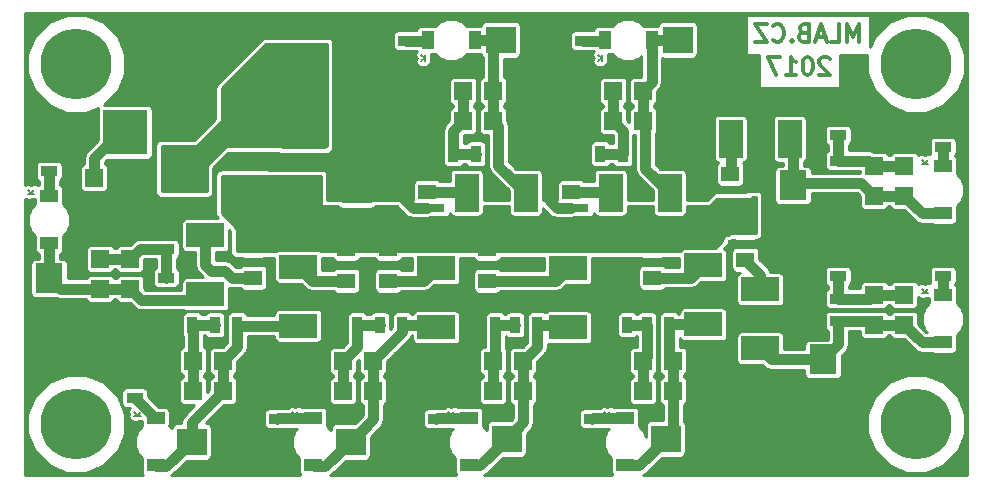
<source format=gbr>
G04 #@! TF.GenerationSoftware,KiCad,Pcbnew,(2017-02-05 revision 431abcf)-makepkg*
G04 #@! TF.CreationDate,2017-03-01T08:03:57+01:00*
G04 #@! TF.ProjectId,UNIPOWER04A,554E49504F5745523034412E6B696361,rev?*
G04 #@! TF.FileFunction,Copper,L2,Bot,Signal*
G04 #@! TF.FilePolarity,Positive*
%FSLAX46Y46*%
G04 Gerber Fmt 4.6, Leading zero omitted, Abs format (unit mm)*
G04 Created by KiCad (PCBNEW (2017-02-05 revision 431abcf)-makepkg) date 03/01/17 08:03:57*
%MOMM*%
%LPD*%
G01*
G04 APERTURE LIST*
%ADD10C,0.300000*%
%ADD11C,0.150000*%
%ADD12R,3.810000X3.810000*%
%ADD13R,1.500000X1.050000*%
%ADD14R,2.499360X2.301240*%
%ADD15R,2.301240X2.499360*%
%ADD16R,1.050000X1.500000*%
%ADD17R,3.180000X2.000000*%
%ADD18R,3.810000X3.330000*%
%ADD19R,2.000000X3.180000*%
%ADD20R,1.500000X1.300000*%
%ADD21R,3.000000X0.700000*%
%ADD22R,1.524000X1.524000*%
%ADD23C,6.000000*%
%ADD24R,1.397000X0.889000*%
%ADD25R,0.889000X1.397000*%
%ADD26C,0.800000*%
%ADD27C,0.900000*%
%ADD28C,0.200000*%
%ADD29C,0.254000*%
G04 APERTURE END LIST*
D10*
X71377428Y37421428D02*
X71377428Y38921428D01*
X70877428Y37850000D01*
X70377428Y38921428D01*
X70377428Y37421428D01*
X68948857Y37421428D02*
X69663142Y37421428D01*
X69663142Y38921428D01*
X68520285Y37850000D02*
X67806000Y37850000D01*
X68663142Y37421428D02*
X68163142Y38921428D01*
X67663142Y37421428D01*
X66663142Y38207142D02*
X66448857Y38135714D01*
X66377428Y38064285D01*
X66306000Y37921428D01*
X66306000Y37707142D01*
X66377428Y37564285D01*
X66448857Y37492857D01*
X66591714Y37421428D01*
X67163142Y37421428D01*
X67163142Y38921428D01*
X66663142Y38921428D01*
X66520285Y38850000D01*
X66448857Y38778571D01*
X66377428Y38635714D01*
X66377428Y38492857D01*
X66448857Y38350000D01*
X66520285Y38278571D01*
X66663142Y38207142D01*
X67163142Y38207142D01*
X65663142Y37564285D02*
X65591714Y37492857D01*
X65663142Y37421428D01*
X65734571Y37492857D01*
X65663142Y37564285D01*
X65663142Y37421428D01*
X64091714Y37564285D02*
X64163142Y37492857D01*
X64377428Y37421428D01*
X64520285Y37421428D01*
X64734571Y37492857D01*
X64877428Y37635714D01*
X64948857Y37778571D01*
X65020285Y38064285D01*
X65020285Y38278571D01*
X64948857Y38564285D01*
X64877428Y38707142D01*
X64734571Y38850000D01*
X64520285Y38921428D01*
X64377428Y38921428D01*
X64163142Y38850000D01*
X64091714Y38778571D01*
X63591714Y38921428D02*
X62591714Y38921428D01*
X63591714Y37421428D01*
X62591714Y37421428D01*
X68865428Y35984571D02*
X68794000Y36056000D01*
X68651142Y36127428D01*
X68294000Y36127428D01*
X68151142Y36056000D01*
X68079714Y35984571D01*
X68008285Y35841714D01*
X68008285Y35698857D01*
X68079714Y35484571D01*
X68936857Y34627428D01*
X68008285Y34627428D01*
X67079714Y36127428D02*
X66936857Y36127428D01*
X66794000Y36056000D01*
X66722571Y35984571D01*
X66651142Y35841714D01*
X66579714Y35556000D01*
X66579714Y35198857D01*
X66651142Y34913142D01*
X66722571Y34770285D01*
X66794000Y34698857D01*
X66936857Y34627428D01*
X67079714Y34627428D01*
X67222571Y34698857D01*
X67294000Y34770285D01*
X67365428Y34913142D01*
X67436857Y35198857D01*
X67436857Y35556000D01*
X67365428Y35841714D01*
X67294000Y35984571D01*
X67222571Y36056000D01*
X67079714Y36127428D01*
X65151142Y34627428D02*
X66008285Y34627428D01*
X65579714Y34627428D02*
X65579714Y36127428D01*
X65722571Y35913142D01*
X65865428Y35770285D01*
X66008285Y35698857D01*
X64651142Y36127428D02*
X63651142Y36127428D01*
X64294000Y34627428D01*
D11*
X1544320Y24574500D02*
X975360Y24569420D01*
X1272540Y24604980D02*
X1544320Y24879300D01*
X1287780Y24566880D02*
X982980Y24886920D01*
X10561320Y5778500D02*
X9992360Y5773420D01*
X10289540Y5808980D02*
X10561320Y6083300D01*
X10304780Y5770880D02*
X9999980Y6090920D01*
X37104320Y5778500D02*
X36535360Y5773420D01*
X36832540Y5808980D02*
X37104320Y6083300D01*
X36847780Y5770880D02*
X36542980Y6090920D01*
X49601120Y36085780D02*
X49281080Y35780980D01*
X49563020Y36070540D02*
X49288700Y36342320D01*
X49593500Y36342320D02*
X49598580Y35773360D01*
X34607500Y36342320D02*
X34612580Y35773360D01*
X34577020Y36070540D02*
X34302700Y36342320D01*
X34615120Y36085780D02*
X34295080Y35780980D01*
X76979780Y27106880D02*
X76674980Y27426920D01*
X76964540Y27144980D02*
X77236320Y27419300D01*
X77236320Y27114500D02*
X76667360Y27109420D01*
X23896320Y5778500D02*
X23327360Y5773420D01*
X23624540Y5808980D02*
X23896320Y6083300D01*
X23639780Y5770880D02*
X23334980Y6090920D01*
X50055780Y5770880D02*
X49750980Y6090920D01*
X50040540Y5808980D02*
X50312320Y6083300D01*
X50312320Y5778500D02*
X49743360Y5773420D01*
X76979780Y16184880D02*
X76674980Y16504920D01*
X76964540Y16222980D02*
X77236320Y16497300D01*
X77236320Y16192500D02*
X76667360Y16187420D01*
D12*
X14224000Y32870000D03*
X14224000Y26670000D03*
X9224000Y29770000D03*
D13*
X2794000Y24352000D03*
X2794000Y20352000D03*
X11811000Y5556000D03*
X11811000Y1556000D03*
X38354000Y5556000D03*
X38354000Y1556000D03*
D14*
X28818840Y24892000D03*
X24521160Y24892000D03*
D15*
X2794000Y17388840D03*
X2794000Y13091160D03*
D14*
X19166840Y3556000D03*
X14869160Y3556000D03*
X41539160Y3810000D03*
X45836840Y3810000D03*
D16*
X53816000Y37592000D03*
X49816000Y37592000D03*
X34830000Y37592000D03*
X38830000Y37592000D03*
D13*
X78486000Y22892000D03*
X78486000Y26892000D03*
X25146000Y5556000D03*
X25146000Y1556000D03*
D14*
X56017160Y37592000D03*
X60314840Y37592000D03*
X41031160Y37592000D03*
X45328840Y37592000D03*
D15*
X65786000Y20965160D03*
X65786000Y25262840D03*
D14*
X28331160Y3556000D03*
X32628840Y3556000D03*
D13*
X51562000Y1556000D03*
X51562000Y5556000D03*
X78486000Y11970000D03*
X78486000Y15970000D03*
D14*
X59298840Y3810000D03*
X55001160Y3810000D03*
D15*
X68326000Y10530840D03*
X68326000Y6233160D03*
D17*
X16002000Y21042000D03*
X16002000Y16042000D03*
X23876000Y13375000D03*
X23876000Y18375000D03*
X46736000Y13248000D03*
X46736000Y18248000D03*
D18*
X19304000Y30342000D03*
X19304000Y24522000D03*
D19*
X50332000Y24638000D03*
X55332000Y24638000D03*
X43140000Y24638000D03*
X38140000Y24638000D03*
X60492000Y29210000D03*
X65492000Y29210000D03*
D17*
X35560000Y13248000D03*
X35560000Y18248000D03*
X58166000Y18502000D03*
X58166000Y13502000D03*
X62992000Y16470000D03*
X62992000Y11470000D03*
D20*
X20066000Y17446000D03*
D21*
X20066000Y18796000D03*
D20*
X20066000Y20146000D03*
X27940000Y19892000D03*
D21*
X27940000Y18542000D03*
D20*
X27940000Y17192000D03*
X39878000Y17192000D03*
D21*
X39878000Y18542000D03*
D20*
X39878000Y19892000D03*
X46990000Y22018000D03*
D21*
X46990000Y23368000D03*
D20*
X46990000Y24718000D03*
X34798000Y22018000D03*
D21*
X34798000Y23368000D03*
D20*
X34798000Y24718000D03*
X60452000Y26242000D03*
D21*
X60452000Y24892000D03*
D20*
X60452000Y23542000D03*
X31496000Y19892000D03*
D21*
X31496000Y18542000D03*
D20*
X31496000Y17192000D03*
X53848000Y17446000D03*
D21*
X53848000Y18796000D03*
D20*
X53848000Y20146000D03*
X61722000Y21670000D03*
D21*
X61722000Y20320000D03*
D20*
X61722000Y18970000D03*
D22*
X6604000Y25908000D03*
X9652000Y13970000D03*
X7112000Y13970000D03*
X9652000Y16510000D03*
X7112000Y16510000D03*
X9652000Y19050000D03*
X7112000Y19050000D03*
X9652000Y21590000D03*
X7112000Y21590000D03*
X20066000Y10414000D03*
X20066000Y7874000D03*
X17526000Y10414000D03*
X17526000Y7874000D03*
X14986000Y10414000D03*
X14986000Y7874000D03*
X12446000Y10414000D03*
X12446000Y7874000D03*
X37846000Y7874000D03*
X37846000Y10414000D03*
X40386000Y7874000D03*
X40386000Y10414000D03*
X42926000Y7874000D03*
X42926000Y10414000D03*
X45466000Y7874000D03*
X45466000Y10414000D03*
X48006000Y30734000D03*
X48006000Y33274000D03*
X50546000Y30734000D03*
X50546000Y33274000D03*
X53086000Y30734000D03*
X53086000Y33274000D03*
X55626000Y30734000D03*
X55626000Y33274000D03*
X35306000Y30734000D03*
X35306000Y33274000D03*
X37846000Y30734000D03*
X37846000Y33274000D03*
X40386000Y30734000D03*
X40386000Y33274000D03*
X42926000Y30734000D03*
X42926000Y33274000D03*
X75184000Y21844000D03*
X72644000Y21844000D03*
X75184000Y24384000D03*
X72644000Y24384000D03*
X75184000Y26924000D03*
X72644000Y26924000D03*
X75184000Y29464000D03*
X72644000Y29464000D03*
X25146000Y7874000D03*
X25146000Y10414000D03*
X27686000Y7874000D03*
X27686000Y10414000D03*
X30226000Y7874000D03*
X30226000Y10414000D03*
X32766000Y7874000D03*
X32766000Y10414000D03*
X50546000Y7874000D03*
X50546000Y10414000D03*
X53086000Y7874000D03*
X53086000Y10414000D03*
X55626000Y7874000D03*
X55626000Y10414000D03*
X58166000Y7874000D03*
X58166000Y10414000D03*
X75184000Y10922000D03*
X72644000Y10922000D03*
X75184000Y13462000D03*
X72644000Y13462000D03*
X75184000Y16002000D03*
X72644000Y16002000D03*
X75184000Y18542000D03*
X72644000Y18542000D03*
D23*
X76200000Y35560000D03*
X76200000Y5080000D03*
X5080000Y35560000D03*
X5080000Y5080000D03*
D24*
X2794000Y26479500D03*
X2794000Y28384500D03*
X10033000Y9207500D03*
X10033000Y7302500D03*
X35560000Y3619500D03*
X35560000Y5524500D03*
X12700000Y19875500D03*
X12700000Y21780500D03*
X12700000Y17462500D03*
X12700000Y15557500D03*
D25*
X13017500Y13462000D03*
X14922500Y13462000D03*
X16827500Y13462000D03*
X18732500Y13462000D03*
X38671500Y13462000D03*
X40576500Y13462000D03*
X44132500Y13462000D03*
X42227500Y13462000D03*
D24*
X48006000Y35623500D03*
X48006000Y37528500D03*
X33020000Y37528500D03*
X33020000Y35623500D03*
X78486000Y28511500D03*
X78486000Y30416500D03*
X22098000Y3619500D03*
X22098000Y5524500D03*
D25*
X47561500Y27940000D03*
X49466500Y27940000D03*
X51371500Y27940000D03*
X53276500Y27940000D03*
X37020500Y27940000D03*
X35115500Y27940000D03*
X38925500Y27940000D03*
X40830500Y27940000D03*
D24*
X69596000Y31432500D03*
X69596000Y29527500D03*
X69596000Y25463500D03*
X69596000Y27368500D03*
D25*
X26987500Y13462000D03*
X28892500Y13462000D03*
X32702500Y13462000D03*
X30797500Y13462000D03*
D24*
X48768000Y5524500D03*
X48768000Y3619500D03*
X78486000Y17589500D03*
X78486000Y19494500D03*
D25*
X49847500Y13462000D03*
X51752500Y13462000D03*
X53403500Y13462000D03*
X55308500Y13462000D03*
D24*
X69596000Y17589500D03*
X69596000Y19494500D03*
X69596000Y15684500D03*
X69596000Y13779500D03*
D12*
X24384000Y35226000D03*
X24384000Y30226000D03*
X29464000Y30226000D03*
X29464000Y35226000D03*
D26*
X77216000Y20828000D03*
X79756000Y32004000D03*
X73152000Y31496000D03*
X71628000Y31496000D03*
X71374000Y33020000D03*
X70104000Y33020000D03*
X79756000Y10160000D03*
X78486000Y10160000D03*
X76962000Y10160000D03*
X73152000Y8890000D03*
X58166000Y35814000D03*
X58166000Y37084000D03*
X58166000Y38100000D03*
X58166000Y39116000D03*
X43180000Y36068000D03*
X43180000Y37084000D03*
X43180000Y38100000D03*
X43180000Y39116000D03*
X32258004Y34290000D03*
X36322000Y35305994D03*
X64516000Y18796000D03*
X66294000Y18796000D03*
X67818000Y19050000D03*
X67818000Y20574000D03*
X67818000Y22098000D03*
X67056000Y23114000D03*
X65532000Y23114000D03*
X64008000Y23114000D03*
X63754000Y21590000D03*
X70358000Y7366000D03*
X69850000Y8382000D03*
X68834000Y8382000D03*
X67818000Y8382000D03*
X66802000Y8382000D03*
X4318000Y10668000D03*
X3048000Y10668000D03*
X1778000Y10668000D03*
X20320000Y5842000D03*
X19304000Y5842000D03*
X18034000Y5842000D03*
X33782000Y5588000D03*
X32766000Y5588000D03*
X31750000Y5588000D03*
X46990000Y5842000D03*
X45974000Y6096000D03*
X44704000Y6096000D03*
X61722000Y5080000D03*
X61722000Y3810000D03*
X61722000Y2540000D03*
X58674000Y28702000D03*
X58674000Y29972000D03*
X58674000Y31496000D03*
X58674000Y33020000D03*
X58674000Y34290000D03*
X57404000Y34290000D03*
X57404000Y33020000D03*
X57404000Y31496000D03*
X57404000Y29972000D03*
X57404000Y28702000D03*
X33528000Y30480000D03*
X33528000Y31750000D03*
X33528000Y33020000D03*
X33528000Y34290000D03*
X46228000Y35052000D03*
X46228000Y33782000D03*
X46228000Y32512000D03*
X46228000Y31242000D03*
X46228000Y29972000D03*
X44958000Y29972000D03*
X44958000Y31242000D03*
X44958000Y32512000D03*
X44958000Y33782000D03*
X44958000Y35052000D03*
X79756000Y21336000D03*
X78486000Y21336000D03*
X76200000Y20320000D03*
X74930000Y20320000D03*
X73660000Y20320000D03*
X72390000Y20320000D03*
X71120000Y20320000D03*
X70612000Y10414000D03*
X71628000Y8890000D03*
X59944000Y6858000D03*
X61214000Y6858000D03*
X61214000Y7874000D03*
X61214000Y9144000D03*
X59944000Y11684000D03*
X59944000Y10414000D03*
X59944000Y9144000D03*
X59944000Y7874000D03*
X48768000Y11176000D03*
X48768000Y9906000D03*
X48768000Y8636000D03*
X48768000Y7366000D03*
X47498000Y7366000D03*
X47498000Y8636000D03*
X47498000Y9906000D03*
X47498000Y11176000D03*
X36068000Y7874000D03*
X36068000Y9144000D03*
X36068000Y10414000D03*
X36068000Y11430000D03*
X34798000Y11430000D03*
X34798000Y10414000D03*
X34798000Y9144000D03*
X34798000Y7874000D03*
X10668000Y23622000D03*
X9652000Y23622000D03*
X8382000Y23622000D03*
X7112000Y23622000D03*
X10160000Y10668000D03*
X8890000Y10668000D03*
X7366000Y10668000D03*
X6096000Y10668000D03*
X6096000Y11938000D03*
X7366000Y11938000D03*
X8890000Y11938000D03*
X10160000Y11938000D03*
X22098000Y8636000D03*
X22098000Y9906000D03*
X22098000Y7366000D03*
X23114000Y7366000D03*
X23114000Y8636000D03*
X23114000Y9906000D03*
X23114000Y11176000D03*
X22098000Y11176000D03*
X17272000Y35306000D03*
X16002000Y35814000D03*
X14478000Y35814000D03*
X12954000Y35814000D03*
X11430000Y35814000D03*
X11430000Y34544000D03*
X11430000Y33020000D03*
X12192000Y29972000D03*
X13208000Y29972000D03*
X14732000Y29972000D03*
X26162000Y27432000D03*
X27432000Y27432000D03*
X28702000Y27432000D03*
X29972000Y27432000D03*
X31242000Y27432000D03*
X32512000Y27686000D03*
X32512000Y28956000D03*
X32512000Y30226000D03*
D27*
X76200000Y20320000D02*
X76708000Y20828000D01*
X76708000Y20828000D02*
X77216000Y20828000D01*
D28*
X78486000Y30416500D02*
X78486000Y31061000D01*
X78486000Y31061000D02*
X79429000Y32004000D01*
X79429000Y32004000D02*
X79756000Y32004000D01*
X71628000Y31496000D02*
X73152000Y31496000D01*
X70104000Y33020000D02*
X71374000Y33020000D01*
X78486000Y10160000D02*
X79756000Y10160000D01*
X75184000Y10922000D02*
X76200000Y10922000D01*
X76200000Y10922000D02*
X76962000Y10160000D01*
X58166000Y38100000D02*
X58166000Y37084000D01*
X60314840Y37592000D02*
X58865160Y37592000D01*
X58865160Y37592000D02*
X58166000Y38291160D01*
X58166000Y38291160D02*
X58166000Y39116000D01*
X43180000Y37084000D02*
X43180000Y36068000D01*
X43180000Y39116000D02*
X43180000Y38100000D01*
X45328840Y37592000D02*
X45229780Y37592000D01*
X45229780Y37592000D02*
X43705780Y39116000D01*
X43705780Y39116000D02*
X43180000Y39116000D01*
D27*
X33528000Y34290000D02*
X33274000Y34544000D01*
X33274000Y34544000D02*
X33077685Y34544000D01*
X32823689Y34290000D02*
X32258004Y34290000D01*
X33077685Y34544000D02*
X33077685Y34543996D01*
X35560006Y34544000D02*
X33077685Y34544000D01*
X33077685Y34543996D02*
X32823689Y34290000D01*
X36322000Y35305994D02*
X35560006Y34544000D01*
X45212000Y23925998D02*
X45212000Y25336500D01*
X47561500Y27686000D02*
X47561500Y27940000D01*
X45212000Y25336500D02*
X47561500Y27686000D01*
X46990000Y23368000D02*
X45769998Y23368000D01*
X45769998Y23368000D02*
X45212000Y23925998D01*
X34798000Y23368000D02*
X33577998Y23368000D01*
X33577998Y23368000D02*
X32512000Y24433998D01*
X32512000Y24433998D02*
X32512000Y27120315D01*
X32512000Y27120315D02*
X32512000Y27686000D01*
X66294000Y18796000D02*
X64516000Y18796000D01*
X67818000Y20574000D02*
X67818000Y19050000D01*
X67056000Y23114000D02*
X67056000Y22860000D01*
X67056000Y22860000D02*
X67818000Y22098000D01*
X64008000Y23114000D02*
X65532000Y23114000D01*
X65786000Y20965160D02*
X64378840Y20965160D01*
X64378840Y20965160D02*
X63754000Y21590000D01*
X69850000Y8382000D02*
X69850000Y7874000D01*
X69850000Y7874000D02*
X70358000Y7366000D01*
X67818000Y8382000D02*
X68834000Y8382000D01*
X68326000Y6233160D02*
X68326000Y6858000D01*
X68326000Y6858000D02*
X66802000Y8382000D01*
X3048000Y10668000D02*
X4318000Y10668000D01*
X2794000Y13091160D02*
X2794000Y11684000D01*
X2794000Y11684000D02*
X1778000Y10668000D01*
X19304000Y5842000D02*
X20320000Y5842000D01*
X19166840Y3556000D02*
X19166840Y4709160D01*
X19166840Y4709160D02*
X18034000Y5842000D01*
X32766000Y5588000D02*
X33782000Y5588000D01*
X32628840Y3556000D02*
X32628840Y4709160D01*
X32628840Y4709160D02*
X31750000Y5588000D01*
X45974000Y6096000D02*
X46736000Y6096000D01*
X46736000Y6096000D02*
X46990000Y5842000D01*
X45836840Y3810000D02*
X45836840Y4963160D01*
X45836840Y4963160D02*
X44704000Y6096000D01*
X61722000Y3810000D02*
X61722000Y5080000D01*
X59298840Y3810000D02*
X60452000Y3810000D01*
X60452000Y3810000D02*
X61722000Y2540000D01*
X58674000Y29972000D02*
X58674000Y28702000D01*
X58674000Y33020000D02*
X58674000Y31496000D01*
X57404000Y34290000D02*
X58674000Y34290000D01*
X57404000Y31496000D02*
X57404000Y33020000D01*
X57404000Y28702000D02*
X57404000Y29972000D01*
X33528000Y31750000D02*
X33528000Y30480000D01*
X33528000Y34290000D02*
X33528000Y33020000D01*
X46228000Y33782000D02*
X46228000Y35052000D01*
X46228000Y31242000D02*
X46228000Y32512000D01*
X44958000Y29972000D02*
X46228000Y29972000D01*
X44958000Y32512000D02*
X44958000Y31242000D01*
X44958000Y35052000D02*
X44958000Y33782000D01*
X78486000Y21336000D02*
X79756000Y21336000D01*
X73660000Y20320000D02*
X74930000Y20320000D01*
X71120000Y20320000D02*
X72390000Y20320000D01*
X71628000Y8890000D02*
X71628000Y9398000D01*
X71628000Y9398000D02*
X70612000Y10414000D01*
X61214000Y6858000D02*
X59944000Y6858000D01*
X61214000Y9144000D02*
X61214000Y7874000D01*
X59944000Y10414000D02*
X59944000Y11684000D01*
X59944000Y7874000D02*
X59944000Y9144000D01*
X48768000Y9906000D02*
X48768000Y11176000D01*
X48768000Y7366000D02*
X48768000Y8636000D01*
X47498000Y8636000D02*
X47498000Y7366000D01*
X47498000Y11176000D02*
X47498000Y9906000D01*
X36068000Y9144000D02*
X36068000Y7874000D01*
X36068000Y11430000D02*
X36068000Y10414000D01*
X34798000Y10414000D02*
X34798000Y11430000D01*
X34798000Y7874000D02*
X34798000Y9144000D01*
X9652000Y23622000D02*
X10668000Y23622000D01*
X7112000Y23622000D02*
X8382000Y23622000D01*
X8890000Y10668000D02*
X10160000Y10668000D01*
X6096000Y10668000D02*
X7366000Y10668000D01*
X7366000Y11938000D02*
X6096000Y11938000D01*
X10160000Y11938000D02*
X8890000Y11938000D01*
X22098000Y9906000D02*
X22098000Y8636000D01*
X23114000Y7366000D02*
X22098000Y7366000D01*
X23114000Y9906000D02*
X23114000Y8636000D01*
X22098000Y11176000D02*
X23114000Y11176000D01*
X16002000Y35814000D02*
X16764000Y35814000D01*
X16764000Y35814000D02*
X17272000Y35306000D01*
X12954000Y35814000D02*
X14478000Y35814000D01*
X11430000Y34544000D02*
X11430000Y35814000D01*
X12192000Y29972000D02*
X12192000Y32258000D01*
X12192000Y32258000D02*
X11430000Y33020000D01*
X14732000Y29972000D02*
X13208000Y29972000D01*
X27432000Y27432000D02*
X26162000Y27432000D01*
X29972000Y27432000D02*
X28702000Y27432000D01*
X32512000Y27686000D02*
X31496000Y27686000D01*
X31496000Y27686000D02*
X31242000Y27432000D01*
X32512000Y30226000D02*
X32512000Y28956000D01*
X9224000Y29770000D02*
X8804000Y29770000D01*
X8804000Y29770000D02*
X6604000Y27570000D01*
X6604000Y27570000D02*
X6604000Y25908000D01*
X2794000Y24352000D02*
X2794000Y26479500D01*
X2794000Y17388840D02*
X2794000Y20352000D01*
X7112000Y16510000D02*
X3672840Y16510000D01*
X3672840Y16510000D02*
X2794000Y17388840D01*
X12700000Y15557500D02*
X15517500Y15557500D01*
X15517500Y15557500D02*
X16002000Y16042000D01*
X9652000Y16510000D02*
X10604500Y15557500D01*
X10604500Y15557500D02*
X12700000Y15557500D01*
X7112000Y16510000D02*
X9652000Y16510000D01*
X11811000Y5556000D02*
X11779500Y5556000D01*
X11779500Y5556000D02*
X10033000Y7302500D01*
X14869160Y3556000D02*
X14770100Y3556000D01*
X14770100Y3556000D02*
X12719480Y1505380D01*
X12719480Y1505380D02*
X11861619Y1505380D01*
X11861619Y1505380D02*
X11811000Y1555999D01*
X23876000Y13375000D02*
X18819500Y13375000D01*
X18819500Y13375000D02*
X18732500Y13462000D01*
X18732500Y13462000D02*
X18732500Y11620500D01*
X18732500Y11620500D02*
X17526000Y10414000D01*
X17526000Y7874000D02*
X17526000Y10414000D01*
X14869160Y3556000D02*
X14869160Y5217160D01*
X14869160Y5217160D02*
X17526000Y7874000D01*
X35560000Y5524500D02*
X35591500Y5556000D01*
X35591500Y5556000D02*
X38354000Y5556000D01*
X41539160Y3810000D02*
X39285160Y1556000D01*
X39285160Y1556000D02*
X38354000Y1556000D01*
X42926000Y7874000D02*
X42926000Y5196840D01*
X42926000Y5196840D02*
X41539160Y3810000D01*
X44132500Y13462000D02*
X46522000Y13462000D01*
X46522000Y13462000D02*
X46736000Y13248000D01*
X42926000Y10414000D02*
X44132500Y11620500D01*
X44132500Y11620500D02*
X44132500Y13462000D01*
X42926000Y7874000D02*
X42926000Y10414000D01*
X16510000Y18034000D02*
X17654001Y18034000D01*
X17654001Y18034000D02*
X18242001Y17446000D01*
X18242001Y17446000D02*
X18670000Y17446000D01*
X16002000Y18542000D02*
X16510000Y18034000D01*
X16002000Y21042000D02*
X16002000Y18542000D01*
X20320000Y17446000D02*
X18670000Y17446000D01*
X48006000Y37528500D02*
X49752500Y37528500D01*
X49752500Y37528500D02*
X49816000Y37592000D01*
X53816000Y37592000D02*
X56017160Y37592000D01*
X53086000Y33274000D02*
X53816000Y34004000D01*
X53816000Y34004000D02*
X53816000Y37592000D01*
X53276500Y27940000D02*
X53276500Y26693500D01*
X53276500Y26693500D02*
X55332000Y24638000D01*
X53276500Y27940000D02*
X53276500Y30543500D01*
X53276500Y30543500D02*
X53086000Y30734000D01*
X53086000Y30734000D02*
X53086000Y33274000D01*
X38830000Y37592000D02*
X41031160Y37592000D01*
X40386000Y33274000D02*
X40386000Y36946840D01*
X40386000Y36946840D02*
X41031160Y37592000D01*
X40830500Y27940000D02*
X40830500Y26947500D01*
X40830500Y26947500D02*
X43140000Y24638000D01*
X40830500Y27940000D02*
X40830500Y30289500D01*
X40830500Y30289500D02*
X40386000Y30734000D01*
X40386000Y33274000D02*
X40386000Y30734000D01*
X33020000Y37528500D02*
X34766500Y37528500D01*
X34766500Y37528500D02*
X34830000Y37592000D01*
X78486000Y26892000D02*
X78486000Y28511500D01*
X69596000Y25463500D02*
X65986660Y25463500D01*
X65986660Y25463500D02*
X65786000Y25262840D01*
X65786000Y25262840D02*
X65786000Y28916000D01*
X65786000Y28916000D02*
X65492000Y29210000D01*
X75184000Y24384000D02*
X76676000Y22892000D01*
X76676000Y22892000D02*
X78486000Y22892000D01*
X69596000Y25463500D02*
X71564500Y25463500D01*
X71564500Y25463500D02*
X72644000Y24384000D01*
X75184000Y24384000D02*
X72644000Y24384000D01*
X32702500Y13462000D02*
X35346000Y13462000D01*
X35346000Y13462000D02*
X35560000Y13248000D01*
X28331160Y3556000D02*
X28232100Y3556000D01*
X28232100Y3556000D02*
X26181480Y1505380D01*
X26181480Y1505380D02*
X25196619Y1505380D01*
X25196619Y1505380D02*
X25146000Y1555999D01*
X30226000Y7874000D02*
X30226000Y5450840D01*
X30226000Y5450840D02*
X28331160Y3556000D01*
X30226000Y7874000D02*
X30226000Y10414000D01*
X30226000Y10414000D02*
X32702500Y12890500D01*
X32702500Y12890500D02*
X32702500Y13462000D01*
X25146000Y5556000D02*
X22129500Y5556000D01*
X22129500Y5556000D02*
X22098000Y5524500D01*
X48768000Y5524500D02*
X48799500Y5556000D01*
X48799500Y5556000D02*
X51562000Y5556000D01*
X55001160Y3810000D02*
X52747160Y1556000D01*
X52747160Y1556000D02*
X51562000Y1556000D01*
X55626000Y7874000D02*
X55626000Y4434840D01*
X55626000Y4434840D02*
X55001160Y3810000D01*
X58166000Y13502000D02*
X55348500Y13502000D01*
X55348500Y13502000D02*
X55308500Y13462000D01*
X55626000Y7874000D02*
X55626000Y10414000D01*
X55308500Y13462000D02*
X55308500Y10731500D01*
X55308500Y10731500D02*
X55626000Y10414000D01*
X78486000Y15970000D02*
X78486000Y17589500D01*
X69596000Y13779500D02*
X69596000Y11800840D01*
X69596000Y11800840D02*
X68326000Y10530840D01*
X75184000Y13462000D02*
X76676000Y11970000D01*
X76676000Y11970000D02*
X78486000Y11970000D01*
X69596000Y13779500D02*
X72326500Y13779500D01*
X72326500Y13779500D02*
X72644000Y13462000D01*
X75184000Y13462000D02*
X72644000Y13462000D01*
X68326000Y10530840D02*
X63931160Y10530840D01*
X63931160Y10530840D02*
X62992000Y11470000D01*
X27940000Y17192000D02*
X25059000Y17192000D01*
X25059000Y17192000D02*
X23876000Y18375000D01*
X39878000Y17192000D02*
X45680000Y17192000D01*
X45680000Y17192000D02*
X46736000Y18248000D01*
X46990000Y24718000D02*
X50252000Y24718000D01*
X50252000Y24718000D02*
X50332000Y24638000D01*
X34798000Y24718000D02*
X38060000Y24718000D01*
X38060000Y24718000D02*
X38140000Y24638000D01*
X60492000Y29210000D02*
X60492000Y26282000D01*
X60492000Y26282000D02*
X60452000Y26242000D01*
X31496000Y17192000D02*
X34504000Y17192000D01*
X34504000Y17192000D02*
X35560000Y18248000D01*
X53848000Y17446000D02*
X57110000Y17446000D01*
X57110000Y17446000D02*
X58166000Y18502000D01*
X62992000Y16470000D02*
X62992000Y17700000D01*
X62992000Y17700000D02*
X61722000Y18970000D01*
X12700000Y17462500D02*
X12700000Y19875500D01*
X7112000Y19050000D02*
X9652000Y19050000D01*
X12700000Y19875500D02*
X10477500Y19875500D01*
X10477500Y19875500D02*
X9652000Y19050000D01*
X14922500Y13462000D02*
X16827500Y13462000D01*
X14986000Y10414000D02*
X14986000Y13398500D01*
X14986000Y13398500D02*
X14922500Y13462000D01*
X14986000Y7874000D02*
X14986000Y10414000D01*
X40576500Y13462000D02*
X42227500Y13462000D01*
X40576500Y13462000D02*
X40576500Y10604500D01*
X40576500Y10604500D02*
X40386000Y10414000D01*
X40386000Y7874000D02*
X40386000Y10414000D01*
X51371500Y27940000D02*
X51371500Y29908500D01*
X51371500Y29908500D02*
X50546000Y30734000D01*
X49466500Y27940000D02*
X51371500Y27940000D01*
X50546000Y30734000D02*
X50546000Y33274000D01*
X37020500Y27940000D02*
X38925500Y27940000D01*
X37020500Y27940000D02*
X37020500Y29908500D01*
X37020500Y29908500D02*
X37846000Y30734000D01*
X37846000Y33274000D02*
X37846000Y30734000D01*
X69596000Y29527500D02*
X69596000Y27368500D01*
X69596000Y27368500D02*
X72199500Y27368500D01*
X72199500Y27368500D02*
X72644000Y26924000D01*
X72644000Y26924000D02*
X75184000Y26924000D01*
X28892500Y13462000D02*
X30797500Y13462000D01*
X27686000Y10414000D02*
X28892500Y11620500D01*
X28892500Y11620500D02*
X28892500Y13462000D01*
X27686000Y7874000D02*
X27686000Y10414000D01*
X51752500Y13462000D02*
X53403500Y13462000D01*
X53403500Y13462000D02*
X53403500Y10731500D01*
X53403500Y10731500D02*
X53086000Y10414000D01*
X53086000Y7874000D02*
X53086000Y10414000D01*
X69596000Y17589500D02*
X69596000Y15684500D01*
X75184000Y16002000D02*
X72644000Y16002000D01*
X69596000Y15684500D02*
X72326500Y15684500D01*
X72326500Y15684500D02*
X72644000Y16002000D01*
D29*
G36*
X25781000Y23622000D02*
X25790667Y23573399D01*
X25818197Y23532197D01*
X25859399Y23504667D01*
X25908000Y23495000D01*
X27220237Y23495000D01*
X27261310Y23433530D01*
X27402553Y23339155D01*
X27569160Y23306015D01*
X30068520Y23306015D01*
X30235127Y23339155D01*
X30376370Y23433530D01*
X30417443Y23495000D01*
X32210732Y23495000D01*
X32957865Y22747867D01*
X32970662Y22739317D01*
X32990150Y22710150D01*
X33131393Y22615775D01*
X33165798Y22608931D01*
X33242385Y22557758D01*
X33577998Y22490999D01*
X33578003Y22491000D01*
X34798000Y22491000D01*
X35133613Y22557758D01*
X35170844Y22582635D01*
X36298000Y22582635D01*
X36464607Y22615775D01*
X36605850Y22710150D01*
X36700225Y22851393D01*
X36721984Y22960782D01*
X36737775Y22881393D01*
X36832150Y22740150D01*
X36973393Y22645775D01*
X37140000Y22612635D01*
X39140000Y22612635D01*
X39306607Y22645775D01*
X39447850Y22740150D01*
X39542225Y22881393D01*
X39575365Y23048000D01*
X39575365Y23495000D01*
X41704635Y23495000D01*
X41704635Y23048000D01*
X41737775Y22881393D01*
X41832150Y22740150D01*
X41973393Y22645775D01*
X42140000Y22612635D01*
X44140000Y22612635D01*
X44306607Y22645775D01*
X44447850Y22740150D01*
X44542225Y22881393D01*
X44575365Y23048000D01*
X44575365Y23330562D01*
X44591867Y23305865D01*
X45149863Y22747870D01*
X45149865Y22747867D01*
X45162662Y22739317D01*
X45182150Y22710150D01*
X45323393Y22615775D01*
X45357798Y22608932D01*
X45434384Y22557758D01*
X45769998Y22491000D01*
X46990000Y22491000D01*
X47325613Y22557758D01*
X47362844Y22582635D01*
X48490000Y22582635D01*
X48656607Y22615775D01*
X48797850Y22710150D01*
X48892225Y22851393D01*
X48913984Y22960782D01*
X48929775Y22881393D01*
X49024150Y22740150D01*
X49165393Y22645775D01*
X49332000Y22612635D01*
X51332000Y22612635D01*
X51498607Y22645775D01*
X51639850Y22740150D01*
X51734225Y22881393D01*
X51767365Y23048000D01*
X51767365Y23495000D01*
X53896635Y23495000D01*
X53896635Y23048000D01*
X53929775Y22881393D01*
X54024150Y22740150D01*
X54165393Y22645775D01*
X54332000Y22612635D01*
X56332000Y22612635D01*
X56498607Y22645775D01*
X56639850Y22740150D01*
X56734225Y22881393D01*
X56767365Y23048000D01*
X56767365Y23495000D01*
X58674000Y23495000D01*
X58722601Y23504667D01*
X58763803Y23532197D01*
X59338241Y24106635D01*
X61952000Y24106635D01*
X62118607Y24139775D01*
X62259850Y24234150D01*
X62275118Y24257000D01*
X62611000Y24257000D01*
X62611000Y21209000D01*
X60452000Y21209000D01*
X60403399Y21199333D01*
X60362197Y21171803D01*
X60295759Y21105365D01*
X60222000Y21105365D01*
X60055393Y21072225D01*
X59914150Y20977850D01*
X59819775Y20836607D01*
X59786635Y20670000D01*
X59786635Y20596241D01*
X59127759Y19937365D01*
X56576000Y19937365D01*
X56409393Y19904225D01*
X56268150Y19809850D01*
X56184728Y19685000D01*
X25770632Y19685000D01*
X25632607Y19777225D01*
X25466000Y19810365D01*
X22286000Y19810365D01*
X22119393Y19777225D01*
X21981368Y19685000D01*
X18669000Y19685000D01*
X18669000Y21590000D01*
X18659333Y21638601D01*
X18631803Y21679803D01*
X17399000Y22912606D01*
X17399000Y26035000D01*
X25781000Y26035000D01*
X25781000Y23622000D01*
X25781000Y23622000D01*
G37*
X25781000Y23622000D02*
X25790667Y23573399D01*
X25818197Y23532197D01*
X25859399Y23504667D01*
X25908000Y23495000D01*
X27220237Y23495000D01*
X27261310Y23433530D01*
X27402553Y23339155D01*
X27569160Y23306015D01*
X30068520Y23306015D01*
X30235127Y23339155D01*
X30376370Y23433530D01*
X30417443Y23495000D01*
X32210732Y23495000D01*
X32957865Y22747867D01*
X32970662Y22739317D01*
X32990150Y22710150D01*
X33131393Y22615775D01*
X33165798Y22608931D01*
X33242385Y22557758D01*
X33577998Y22490999D01*
X33578003Y22491000D01*
X34798000Y22491000D01*
X35133613Y22557758D01*
X35170844Y22582635D01*
X36298000Y22582635D01*
X36464607Y22615775D01*
X36605850Y22710150D01*
X36700225Y22851393D01*
X36721984Y22960782D01*
X36737775Y22881393D01*
X36832150Y22740150D01*
X36973393Y22645775D01*
X37140000Y22612635D01*
X39140000Y22612635D01*
X39306607Y22645775D01*
X39447850Y22740150D01*
X39542225Y22881393D01*
X39575365Y23048000D01*
X39575365Y23495000D01*
X41704635Y23495000D01*
X41704635Y23048000D01*
X41737775Y22881393D01*
X41832150Y22740150D01*
X41973393Y22645775D01*
X42140000Y22612635D01*
X44140000Y22612635D01*
X44306607Y22645775D01*
X44447850Y22740150D01*
X44542225Y22881393D01*
X44575365Y23048000D01*
X44575365Y23330562D01*
X44591867Y23305865D01*
X45149863Y22747870D01*
X45149865Y22747867D01*
X45162662Y22739317D01*
X45182150Y22710150D01*
X45323393Y22615775D01*
X45357798Y22608932D01*
X45434384Y22557758D01*
X45769998Y22491000D01*
X46990000Y22491000D01*
X47325613Y22557758D01*
X47362844Y22582635D01*
X48490000Y22582635D01*
X48656607Y22615775D01*
X48797850Y22710150D01*
X48892225Y22851393D01*
X48913984Y22960782D01*
X48929775Y22881393D01*
X49024150Y22740150D01*
X49165393Y22645775D01*
X49332000Y22612635D01*
X51332000Y22612635D01*
X51498607Y22645775D01*
X51639850Y22740150D01*
X51734225Y22881393D01*
X51767365Y23048000D01*
X51767365Y23495000D01*
X53896635Y23495000D01*
X53896635Y23048000D01*
X53929775Y22881393D01*
X54024150Y22740150D01*
X54165393Y22645775D01*
X54332000Y22612635D01*
X56332000Y22612635D01*
X56498607Y22645775D01*
X56639850Y22740150D01*
X56734225Y22881393D01*
X56767365Y23048000D01*
X56767365Y23495000D01*
X58674000Y23495000D01*
X58722601Y23504667D01*
X58763803Y23532197D01*
X59338241Y24106635D01*
X61952000Y24106635D01*
X62118607Y24139775D01*
X62259850Y24234150D01*
X62275118Y24257000D01*
X62611000Y24257000D01*
X62611000Y21209000D01*
X60452000Y21209000D01*
X60403399Y21199333D01*
X60362197Y21171803D01*
X60295759Y21105365D01*
X60222000Y21105365D01*
X60055393Y21072225D01*
X59914150Y20977850D01*
X59819775Y20836607D01*
X59786635Y20670000D01*
X59786635Y20596241D01*
X59127759Y19937365D01*
X56576000Y19937365D01*
X56409393Y19904225D01*
X56268150Y19809850D01*
X56184728Y19685000D01*
X25770632Y19685000D01*
X25632607Y19777225D01*
X25466000Y19810365D01*
X22286000Y19810365D01*
X22119393Y19777225D01*
X21981368Y19685000D01*
X18669000Y19685000D01*
X18669000Y21590000D01*
X18659333Y21638601D01*
X18631803Y21679803D01*
X17399000Y22912606D01*
X17399000Y26035000D01*
X25781000Y26035000D01*
X25781000Y23622000D01*
G36*
X80524000Y756000D02*
X53098101Y756000D01*
X53367293Y935867D01*
X54655440Y2224015D01*
X56250840Y2224015D01*
X56417447Y2257155D01*
X56558690Y2351530D01*
X56653065Y2492773D01*
X56686205Y2659380D01*
X56686205Y4262690D01*
X72072285Y4262690D01*
X72699259Y2745296D01*
X73859190Y1583340D01*
X75375487Y953718D01*
X77017310Y952285D01*
X78534704Y1579259D01*
X79696660Y2739190D01*
X80326282Y4255487D01*
X80327715Y5897310D01*
X79700741Y7414704D01*
X78540810Y8576660D01*
X77024513Y9206282D01*
X75382690Y9207715D01*
X73865296Y8580741D01*
X72703340Y7420810D01*
X72073718Y5904513D01*
X72072285Y4262690D01*
X56686205Y4262690D01*
X56686205Y4960620D01*
X56653065Y5127227D01*
X56558690Y5268470D01*
X56503000Y5305681D01*
X56503000Y6699510D01*
X56554607Y6709775D01*
X56695850Y6804150D01*
X56790225Y6945393D01*
X56823365Y7112000D01*
X56823365Y8636000D01*
X56790225Y8802607D01*
X56695850Y8943850D01*
X56554607Y9038225D01*
X56503000Y9048490D01*
X56503000Y9239510D01*
X56554607Y9249775D01*
X56695850Y9344150D01*
X56790225Y9485393D01*
X56823365Y9652000D01*
X56823365Y11176000D01*
X56790225Y11342607D01*
X56695850Y11483850D01*
X56554607Y11578225D01*
X56388000Y11611365D01*
X56185500Y11611365D01*
X56185500Y12317845D01*
X56268150Y12194150D01*
X56409393Y12099775D01*
X56576000Y12066635D01*
X59756000Y12066635D01*
X59922607Y12099775D01*
X60063850Y12194150D01*
X60158225Y12335393D01*
X60184999Y12470000D01*
X60966635Y12470000D01*
X60966635Y10470000D01*
X60999775Y10303393D01*
X61094150Y10162150D01*
X61235393Y10067775D01*
X61402000Y10034635D01*
X63187099Y10034635D01*
X63311027Y9910707D01*
X63595547Y9720598D01*
X63931160Y9653839D01*
X63931165Y9653840D01*
X66740015Y9653840D01*
X66740015Y9281160D01*
X66773155Y9114553D01*
X66867530Y8973310D01*
X67008773Y8878935D01*
X67175380Y8845795D01*
X69476620Y8845795D01*
X69643227Y8878935D01*
X69784470Y8973310D01*
X69878845Y9114553D01*
X69911985Y9281160D01*
X69911985Y10876560D01*
X70216130Y11180705D01*
X70216133Y11180707D01*
X70330341Y11351633D01*
X70406242Y11465226D01*
X70473000Y11800840D01*
X70473000Y12902500D01*
X71446635Y12902500D01*
X71446635Y12700000D01*
X71479775Y12533393D01*
X71574150Y12392150D01*
X71715393Y12297775D01*
X71882000Y12264635D01*
X73406000Y12264635D01*
X73572607Y12297775D01*
X73713850Y12392150D01*
X73808225Y12533393D01*
X73818490Y12585000D01*
X74009510Y12585000D01*
X74019775Y12533393D01*
X74114150Y12392150D01*
X74255393Y12297775D01*
X74422000Y12264635D01*
X75141099Y12264635D01*
X76055865Y11349870D01*
X76055867Y11349867D01*
X76316079Y11176000D01*
X76340387Y11159758D01*
X76676000Y11092999D01*
X76676005Y11093000D01*
X77494226Y11093000D01*
X77569393Y11042775D01*
X77736000Y11009635D01*
X79236000Y11009635D01*
X79402607Y11042775D01*
X79543850Y11137150D01*
X79638225Y11278393D01*
X79671365Y11445000D01*
X79671365Y12495000D01*
X79646898Y12618007D01*
X79991588Y12962096D01*
X80262690Y13614982D01*
X80263307Y14321916D01*
X79993345Y14975274D01*
X79646953Y15322272D01*
X79671365Y15445000D01*
X79671365Y16495000D01*
X79638225Y16661607D01*
X79543850Y16802850D01*
X79492401Y16837227D01*
X79586725Y16978393D01*
X79619865Y17145000D01*
X79619865Y18034000D01*
X79586725Y18200607D01*
X79492350Y18341850D01*
X79351107Y18436225D01*
X79184500Y18469365D01*
X77787500Y18469365D01*
X77620893Y18436225D01*
X77479650Y18341850D01*
X77385275Y18200607D01*
X77352135Y18034000D01*
X77352135Y17145000D01*
X77385275Y16978393D01*
X77391771Y16968671D01*
X77233985Y16999295D01*
X77042057Y16960189D01*
X76961150Y16905583D01*
X76878339Y16963886D01*
X76687220Y17006771D01*
X76494238Y16973254D01*
X76357031Y16886337D01*
X76348225Y16930607D01*
X76253850Y17071850D01*
X76112607Y17166225D01*
X75946000Y17199365D01*
X74422000Y17199365D01*
X74255393Y17166225D01*
X74114150Y17071850D01*
X74019775Y16930607D01*
X74009510Y16879000D01*
X73818490Y16879000D01*
X73808225Y16930607D01*
X73713850Y17071850D01*
X73572607Y17166225D01*
X73406000Y17199365D01*
X71882000Y17199365D01*
X71715393Y17166225D01*
X71574150Y17071850D01*
X71479775Y16930607D01*
X71446635Y16764000D01*
X71446635Y16561500D01*
X70473000Y16561500D01*
X70473000Y16750722D01*
X70602350Y16837150D01*
X70696725Y16978393D01*
X70729865Y17145000D01*
X70729865Y18034000D01*
X70696725Y18200607D01*
X70602350Y18341850D01*
X70461107Y18436225D01*
X70294500Y18469365D01*
X68897500Y18469365D01*
X68730893Y18436225D01*
X68589650Y18341850D01*
X68495275Y18200607D01*
X68462135Y18034000D01*
X68462135Y17145000D01*
X68495275Y16978393D01*
X68589650Y16837150D01*
X68719000Y16750722D01*
X68719000Y16523278D01*
X68589650Y16436850D01*
X68495275Y16295607D01*
X68462135Y16129000D01*
X68462135Y15240000D01*
X68495275Y15073393D01*
X68589650Y14932150D01*
X68730893Y14837775D01*
X68897500Y14804635D01*
X70294500Y14804635D01*
X70308903Y14807500D01*
X71867597Y14807500D01*
X71882000Y14804635D01*
X73406000Y14804635D01*
X73572607Y14837775D01*
X73713850Y14932150D01*
X73808225Y15073393D01*
X73818490Y15125000D01*
X74009510Y15125000D01*
X74019775Y15073393D01*
X74114150Y14932150D01*
X74255393Y14837775D01*
X74422000Y14804635D01*
X75946000Y14804635D01*
X76112607Y14837775D01*
X76253850Y14932150D01*
X76348225Y15073393D01*
X76381365Y15240000D01*
X76381365Y15786182D01*
X76479401Y15721935D01*
X76671842Y15685440D01*
X76945891Y15687887D01*
X76967540Y15683029D01*
X76998199Y15688354D01*
X77240802Y15690520D01*
X77300635Y15702978D01*
X77300635Y15445000D01*
X77325102Y15321993D01*
X76980412Y14977904D01*
X76709310Y14325018D01*
X76708693Y13618084D01*
X76978655Y12964726D01*
X77096176Y12847000D01*
X77039265Y12847000D01*
X76381365Y13504901D01*
X76381365Y14224000D01*
X76348225Y14390607D01*
X76253850Y14531850D01*
X76112607Y14626225D01*
X75946000Y14659365D01*
X74422000Y14659365D01*
X74255393Y14626225D01*
X74114150Y14531850D01*
X74019775Y14390607D01*
X74009510Y14339000D01*
X73818490Y14339000D01*
X73808225Y14390607D01*
X73713850Y14531850D01*
X73572607Y14626225D01*
X73406000Y14659365D01*
X71882000Y14659365D01*
X71867597Y14656500D01*
X70308903Y14656500D01*
X70294500Y14659365D01*
X68897500Y14659365D01*
X68730893Y14626225D01*
X68589650Y14531850D01*
X68495275Y14390607D01*
X68462135Y14224000D01*
X68462135Y13335000D01*
X68495275Y13168393D01*
X68589650Y13027150D01*
X68719000Y12940722D01*
X68719000Y12215885D01*
X67175380Y12215885D01*
X67008773Y12182745D01*
X66867530Y12088370D01*
X66773155Y11947127D01*
X66740015Y11780520D01*
X66740015Y11407840D01*
X65017365Y11407840D01*
X65017365Y12470000D01*
X64984225Y12636607D01*
X64889850Y12777850D01*
X64748607Y12872225D01*
X64582000Y12905365D01*
X61402000Y12905365D01*
X61235393Y12872225D01*
X61094150Y12777850D01*
X60999775Y12636607D01*
X60966635Y12470000D01*
X60184999Y12470000D01*
X60191365Y12502000D01*
X60191365Y14502000D01*
X60158225Y14668607D01*
X60063850Y14809850D01*
X59922607Y14904225D01*
X59756000Y14937365D01*
X56576000Y14937365D01*
X56409393Y14904225D01*
X56268150Y14809850D01*
X56173775Y14668607D01*
X56140635Y14502000D01*
X56140635Y14379000D01*
X56120551Y14379000D01*
X56060850Y14468350D01*
X55919607Y14562725D01*
X55753000Y14595865D01*
X54864000Y14595865D01*
X54697393Y14562725D01*
X54556150Y14468350D01*
X54461775Y14327107D01*
X54428635Y14160500D01*
X54428635Y12763500D01*
X54431500Y12749097D01*
X54431500Y11190403D01*
X54428635Y11176000D01*
X54428635Y9652000D01*
X54461775Y9485393D01*
X54556150Y9344150D01*
X54697393Y9249775D01*
X54749000Y9239510D01*
X54749000Y9048490D01*
X54697393Y9038225D01*
X54556150Y8943850D01*
X54461775Y8802607D01*
X54428635Y8636000D01*
X54428635Y7112000D01*
X54461775Y6945393D01*
X54556150Y6804150D01*
X54697393Y6709775D01*
X54749000Y6699510D01*
X54749000Y5395985D01*
X53751480Y5395985D01*
X53584873Y5362845D01*
X53443630Y5268470D01*
X53349255Y5127227D01*
X53316115Y4960620D01*
X53316115Y3964045D01*
X53069345Y4561274D01*
X52722953Y4908272D01*
X52747365Y5031000D01*
X52747365Y6081000D01*
X52714225Y6247607D01*
X52619850Y6388850D01*
X52478607Y6483225D01*
X52312000Y6516365D01*
X50812000Y6516365D01*
X50645393Y6483225D01*
X50622889Y6468189D01*
X50502268Y6547976D01*
X50309985Y6585295D01*
X50118057Y6546189D01*
X50037150Y6491583D01*
X49954339Y6549886D01*
X49763220Y6592771D01*
X49570238Y6559254D01*
X49404773Y6454437D01*
X49389680Y6433000D01*
X48799505Y6433000D01*
X48799500Y6433001D01*
X48655540Y6404365D01*
X48069500Y6404365D01*
X47902893Y6371225D01*
X47761650Y6276850D01*
X47667275Y6135607D01*
X47634135Y5969000D01*
X47634135Y5080000D01*
X47667275Y4913393D01*
X47761650Y4772150D01*
X47902893Y4677775D01*
X48069500Y4644635D01*
X49466500Y4644635D01*
X49633107Y4677775D01*
X49634940Y4679000D01*
X50171709Y4679000D01*
X50056412Y4563904D01*
X49785310Y3911018D01*
X49784693Y3204084D01*
X50054655Y2550726D01*
X50401047Y2203728D01*
X50376635Y2081000D01*
X50376635Y1031000D01*
X50409775Y864393D01*
X50482200Y756000D01*
X39636101Y756000D01*
X39905293Y935867D01*
X41193440Y2224015D01*
X42788840Y2224015D01*
X42955447Y2257155D01*
X43096690Y2351530D01*
X43191065Y2492773D01*
X43224205Y2659380D01*
X43224205Y4254779D01*
X43546133Y4576707D01*
X43736242Y4861227D01*
X43803001Y5196840D01*
X43803000Y5196845D01*
X43803000Y6699510D01*
X43854607Y6709775D01*
X43995850Y6804150D01*
X44090225Y6945393D01*
X44123365Y7112000D01*
X44123365Y8636000D01*
X44090225Y8802607D01*
X43995850Y8943850D01*
X43854607Y9038225D01*
X43803000Y9048490D01*
X43803000Y9239510D01*
X43854607Y9249775D01*
X43995850Y9344150D01*
X44090225Y9485393D01*
X44123365Y9652000D01*
X44123365Y10371099D01*
X44752630Y11000365D01*
X44752633Y11000367D01*
X44942742Y11284887D01*
X44954223Y11342607D01*
X45009501Y11620500D01*
X45009500Y11620505D01*
X45009500Y11839786D01*
X45146000Y11812635D01*
X48326000Y11812635D01*
X48492607Y11845775D01*
X48633850Y11940150D01*
X48728225Y12081393D01*
X48761365Y12248000D01*
X48761365Y14160500D01*
X50872635Y14160500D01*
X50872635Y12763500D01*
X50905775Y12596893D01*
X51000150Y12455650D01*
X51141393Y12361275D01*
X51308000Y12328135D01*
X52197000Y12328135D01*
X52363607Y12361275D01*
X52504850Y12455650D01*
X52526500Y12488052D01*
X52526500Y11611365D01*
X52324000Y11611365D01*
X52157393Y11578225D01*
X52016150Y11483850D01*
X51921775Y11342607D01*
X51888635Y11176000D01*
X51888635Y9652000D01*
X51921775Y9485393D01*
X52016150Y9344150D01*
X52157393Y9249775D01*
X52209000Y9239510D01*
X52209000Y9048490D01*
X52157393Y9038225D01*
X52016150Y8943850D01*
X51921775Y8802607D01*
X51888635Y8636000D01*
X51888635Y7112000D01*
X51921775Y6945393D01*
X52016150Y6804150D01*
X52157393Y6709775D01*
X52324000Y6676635D01*
X53848000Y6676635D01*
X54014607Y6709775D01*
X54155850Y6804150D01*
X54250225Y6945393D01*
X54283365Y7112000D01*
X54283365Y8636000D01*
X54250225Y8802607D01*
X54155850Y8943850D01*
X54014607Y9038225D01*
X53963000Y9048490D01*
X53963000Y9239510D01*
X54014607Y9249775D01*
X54155850Y9344150D01*
X54250225Y9485393D01*
X54283365Y9652000D01*
X54283365Y11176000D01*
X54280500Y11190403D01*
X54280500Y12749097D01*
X54283365Y12763500D01*
X54283365Y14160500D01*
X54250225Y14327107D01*
X54155850Y14468350D01*
X54014607Y14562725D01*
X53848000Y14595865D01*
X52959000Y14595865D01*
X52792393Y14562725D01*
X52651150Y14468350D01*
X52578000Y14358873D01*
X52504850Y14468350D01*
X52363607Y14562725D01*
X52197000Y14595865D01*
X51308000Y14595865D01*
X51141393Y14562725D01*
X51000150Y14468350D01*
X50905775Y14327107D01*
X50872635Y14160500D01*
X48761365Y14160500D01*
X48761365Y14248000D01*
X48728225Y14414607D01*
X48633850Y14555850D01*
X48492607Y14650225D01*
X48326000Y14683365D01*
X45146000Y14683365D01*
X44979393Y14650225D01*
X44838150Y14555850D01*
X44812145Y14516930D01*
X44743607Y14562725D01*
X44577000Y14595865D01*
X43688000Y14595865D01*
X43521393Y14562725D01*
X43380150Y14468350D01*
X43285775Y14327107D01*
X43252635Y14160500D01*
X43252635Y12763500D01*
X43255500Y12749097D01*
X43255500Y11983765D01*
X42883099Y11611365D01*
X42164000Y11611365D01*
X41997393Y11578225D01*
X41856150Y11483850D01*
X41761775Y11342607D01*
X41728635Y11176000D01*
X41728635Y9652000D01*
X41761775Y9485393D01*
X41856150Y9344150D01*
X41997393Y9249775D01*
X42049000Y9239510D01*
X42049000Y9048490D01*
X41997393Y9038225D01*
X41856150Y8943850D01*
X41761775Y8802607D01*
X41728635Y8636000D01*
X41728635Y7112000D01*
X41761775Y6945393D01*
X41856150Y6804150D01*
X41997393Y6709775D01*
X42049000Y6699510D01*
X42049000Y5560106D01*
X41884879Y5395985D01*
X40289480Y5395985D01*
X40122873Y5362845D01*
X39981630Y5268470D01*
X39887255Y5127227D01*
X39854115Y4960620D01*
X39854115Y4568517D01*
X39514953Y4908272D01*
X39539365Y5031000D01*
X39539365Y6081000D01*
X39506225Y6247607D01*
X39411850Y6388850D01*
X39270607Y6483225D01*
X39104000Y6516365D01*
X37604000Y6516365D01*
X37437393Y6483225D01*
X37414889Y6468189D01*
X37294268Y6547976D01*
X37101985Y6585295D01*
X36910057Y6546189D01*
X36829150Y6491583D01*
X36746339Y6549886D01*
X36555220Y6592771D01*
X36362238Y6559254D01*
X36196773Y6454437D01*
X36181680Y6433000D01*
X35591505Y6433000D01*
X35591500Y6433001D01*
X35447540Y6404365D01*
X34861500Y6404365D01*
X34694893Y6371225D01*
X34553650Y6276850D01*
X34459275Y6135607D01*
X34426135Y5969000D01*
X34426135Y5080000D01*
X34459275Y4913393D01*
X34553650Y4772150D01*
X34694893Y4677775D01*
X34861500Y4644635D01*
X36258500Y4644635D01*
X36425107Y4677775D01*
X36426940Y4679000D01*
X36963709Y4679000D01*
X36848412Y4563904D01*
X36577310Y3911018D01*
X36576693Y3204084D01*
X36846655Y2550726D01*
X37193047Y2203728D01*
X37168635Y2081000D01*
X37168635Y1031000D01*
X37201775Y864393D01*
X37274200Y756000D01*
X26608180Y756000D01*
X26801613Y885247D01*
X27886380Y1970015D01*
X29580840Y1970015D01*
X29747447Y2003155D01*
X29888690Y2097530D01*
X29983065Y2238773D01*
X30016205Y2405380D01*
X30016205Y4000780D01*
X30846130Y4830705D01*
X30846133Y4830707D01*
X31001576Y5063345D01*
X31036242Y5115226D01*
X31103000Y5450840D01*
X31103000Y6699510D01*
X31154607Y6709775D01*
X31295850Y6804150D01*
X31390225Y6945393D01*
X31423365Y7112000D01*
X31423365Y8636000D01*
X31390225Y8802607D01*
X31295850Y8943850D01*
X31154607Y9038225D01*
X31103000Y9048490D01*
X31103000Y9239510D01*
X31154607Y9249775D01*
X31295850Y9344150D01*
X31390225Y9485393D01*
X31423365Y9652000D01*
X31423365Y10371099D01*
X32228266Y11176000D01*
X39188635Y11176000D01*
X39188635Y9652000D01*
X39221775Y9485393D01*
X39316150Y9344150D01*
X39457393Y9249775D01*
X39509000Y9239510D01*
X39509000Y9048490D01*
X39457393Y9038225D01*
X39316150Y8943850D01*
X39221775Y8802607D01*
X39188635Y8636000D01*
X39188635Y7112000D01*
X39221775Y6945393D01*
X39316150Y6804150D01*
X39457393Y6709775D01*
X39624000Y6676635D01*
X41148000Y6676635D01*
X41314607Y6709775D01*
X41455850Y6804150D01*
X41550225Y6945393D01*
X41583365Y7112000D01*
X41583365Y8636000D01*
X41550225Y8802607D01*
X41455850Y8943850D01*
X41314607Y9038225D01*
X41263000Y9048490D01*
X41263000Y9239510D01*
X41314607Y9249775D01*
X41455850Y9344150D01*
X41550225Y9485393D01*
X41583365Y9652000D01*
X41583365Y11176000D01*
X41550225Y11342607D01*
X41455850Y11483850D01*
X41453500Y11485420D01*
X41453500Y12488052D01*
X41475150Y12455650D01*
X41616393Y12361275D01*
X41783000Y12328135D01*
X42672000Y12328135D01*
X42838607Y12361275D01*
X42979850Y12455650D01*
X43074225Y12596893D01*
X43107365Y12763500D01*
X43107365Y14160500D01*
X43074225Y14327107D01*
X42979850Y14468350D01*
X42838607Y14562725D01*
X42672000Y14595865D01*
X41783000Y14595865D01*
X41616393Y14562725D01*
X41475150Y14468350D01*
X41402000Y14358873D01*
X41328850Y14468350D01*
X41187607Y14562725D01*
X41021000Y14595865D01*
X40132000Y14595865D01*
X39965393Y14562725D01*
X39824150Y14468350D01*
X39729775Y14327107D01*
X39696635Y14160500D01*
X39696635Y12763500D01*
X39699500Y12749097D01*
X39699500Y11611365D01*
X39624000Y11611365D01*
X39457393Y11578225D01*
X39316150Y11483850D01*
X39221775Y11342607D01*
X39188635Y11176000D01*
X32228266Y11176000D01*
X33322633Y12270367D01*
X33439647Y12445492D01*
X33454850Y12455650D01*
X33534635Y12575057D01*
X33534635Y12248000D01*
X33567775Y12081393D01*
X33662150Y11940150D01*
X33803393Y11845775D01*
X33970000Y11812635D01*
X37150000Y11812635D01*
X37316607Y11845775D01*
X37457850Y11940150D01*
X37552225Y12081393D01*
X37585365Y12248000D01*
X37585365Y14248000D01*
X37552225Y14414607D01*
X37457850Y14555850D01*
X37316607Y14650225D01*
X37150000Y14683365D01*
X33970000Y14683365D01*
X33803393Y14650225D01*
X33662150Y14555850D01*
X33567775Y14414607D01*
X33552736Y14339000D01*
X33541278Y14339000D01*
X33454850Y14468350D01*
X33313607Y14562725D01*
X33147000Y14595865D01*
X32258000Y14595865D01*
X32091393Y14562725D01*
X31950150Y14468350D01*
X31855775Y14327107D01*
X31822635Y14160500D01*
X31822635Y13250901D01*
X31677365Y13105631D01*
X31677365Y14160500D01*
X31644225Y14327107D01*
X31549850Y14468350D01*
X31408607Y14562725D01*
X31242000Y14595865D01*
X30353000Y14595865D01*
X30186393Y14562725D01*
X30045150Y14468350D01*
X29958722Y14339000D01*
X29731278Y14339000D01*
X29644850Y14468350D01*
X29503607Y14562725D01*
X29337000Y14595865D01*
X28448000Y14595865D01*
X28281393Y14562725D01*
X28140150Y14468350D01*
X28045775Y14327107D01*
X28012635Y14160500D01*
X28012635Y12763500D01*
X28015500Y12749097D01*
X28015500Y11983765D01*
X27643099Y11611365D01*
X26924000Y11611365D01*
X26757393Y11578225D01*
X26616150Y11483850D01*
X26521775Y11342607D01*
X26488635Y11176000D01*
X26488635Y9652000D01*
X26521775Y9485393D01*
X26616150Y9344150D01*
X26757393Y9249775D01*
X26809000Y9239510D01*
X26809000Y9048490D01*
X26757393Y9038225D01*
X26616150Y8943850D01*
X26521775Y8802607D01*
X26488635Y8636000D01*
X26488635Y7112000D01*
X26521775Y6945393D01*
X26616150Y6804150D01*
X26757393Y6709775D01*
X26924000Y6676635D01*
X28448000Y6676635D01*
X28614607Y6709775D01*
X28755850Y6804150D01*
X28850225Y6945393D01*
X28883365Y7112000D01*
X28883365Y8636000D01*
X28850225Y8802607D01*
X28755850Y8943850D01*
X28614607Y9038225D01*
X28563000Y9048490D01*
X28563000Y9239510D01*
X28614607Y9249775D01*
X28755850Y9344150D01*
X28850225Y9485393D01*
X28883365Y9652000D01*
X28883365Y10371099D01*
X29028635Y10516370D01*
X29028635Y9652000D01*
X29061775Y9485393D01*
X29156150Y9344150D01*
X29297393Y9249775D01*
X29349000Y9239510D01*
X29349000Y9048490D01*
X29297393Y9038225D01*
X29156150Y8943850D01*
X29061775Y8802607D01*
X29028635Y8636000D01*
X29028635Y7112000D01*
X29061775Y6945393D01*
X29156150Y6804150D01*
X29297393Y6709775D01*
X29349000Y6699510D01*
X29349000Y5814105D01*
X28676880Y5141985D01*
X27081480Y5141985D01*
X26914873Y5108845D01*
X26773630Y5014470D01*
X26679255Y4873227D01*
X26646115Y4706620D01*
X26646115Y4568517D01*
X26306953Y4908272D01*
X26331365Y5031000D01*
X26331365Y6081000D01*
X26298225Y6247607D01*
X26203850Y6388850D01*
X26062607Y6483225D01*
X25896000Y6516365D01*
X24396000Y6516365D01*
X24229393Y6483225D01*
X24206889Y6468189D01*
X24086268Y6547976D01*
X23893985Y6585295D01*
X23702057Y6546189D01*
X23621150Y6491583D01*
X23538339Y6549886D01*
X23347220Y6592771D01*
X23154238Y6559254D01*
X22988773Y6454437D01*
X22973680Y6433000D01*
X22129505Y6433000D01*
X22129500Y6433001D01*
X21985540Y6404365D01*
X21399500Y6404365D01*
X21232893Y6371225D01*
X21091650Y6276850D01*
X20997275Y6135607D01*
X20964135Y5969000D01*
X20964135Y5080000D01*
X20997275Y4913393D01*
X21091650Y4772150D01*
X21232893Y4677775D01*
X21399500Y4644635D01*
X22796500Y4644635D01*
X22963107Y4677775D01*
X22964940Y4679000D01*
X23755709Y4679000D01*
X23640412Y4563904D01*
X23369310Y3911018D01*
X23368693Y3204084D01*
X23638655Y2550726D01*
X23985047Y2203728D01*
X23960635Y2081000D01*
X23960635Y1031000D01*
X23993775Y864393D01*
X24066200Y756000D01*
X13146180Y756000D01*
X13339613Y885247D01*
X14424380Y1970015D01*
X16118840Y1970015D01*
X16285447Y2003155D01*
X16426690Y2097530D01*
X16521065Y2238773D01*
X16554205Y2405380D01*
X16554205Y4706620D01*
X16521065Y4873227D01*
X16426690Y5014470D01*
X16285447Y5108845D01*
X16118840Y5141985D01*
X16034251Y5141985D01*
X17568901Y6676635D01*
X18288000Y6676635D01*
X18454607Y6709775D01*
X18595850Y6804150D01*
X18690225Y6945393D01*
X18723365Y7112000D01*
X18723365Y8636000D01*
X18690225Y8802607D01*
X18595850Y8943850D01*
X18454607Y9038225D01*
X18403000Y9048490D01*
X18403000Y9239510D01*
X18454607Y9249775D01*
X18595850Y9344150D01*
X18690225Y9485393D01*
X18723365Y9652000D01*
X18723365Y10371099D01*
X19352630Y11000365D01*
X19352633Y11000367D01*
X19542742Y11284887D01*
X19554223Y11342607D01*
X19609501Y11620500D01*
X19609500Y11620505D01*
X19609500Y12498000D01*
X21850635Y12498000D01*
X21850635Y12375000D01*
X21883775Y12208393D01*
X21978150Y12067150D01*
X22119393Y11972775D01*
X22286000Y11939635D01*
X25466000Y11939635D01*
X25632607Y11972775D01*
X25773850Y12067150D01*
X25868225Y12208393D01*
X25901365Y12375000D01*
X25901365Y14375000D01*
X25868225Y14541607D01*
X25773850Y14682850D01*
X25632607Y14777225D01*
X25466000Y14810365D01*
X22286000Y14810365D01*
X22119393Y14777225D01*
X21978150Y14682850D01*
X21883775Y14541607D01*
X21850635Y14375000D01*
X21850635Y14252000D01*
X19594165Y14252000D01*
X19579225Y14327107D01*
X19484850Y14468350D01*
X19343607Y14562725D01*
X19177000Y14595865D01*
X18288000Y14595865D01*
X18121393Y14562725D01*
X17980150Y14468350D01*
X17885775Y14327107D01*
X17852635Y14160500D01*
X17852635Y12763500D01*
X17855500Y12749097D01*
X17855500Y11983765D01*
X17483099Y11611365D01*
X16764000Y11611365D01*
X16597393Y11578225D01*
X16456150Y11483850D01*
X16361775Y11342607D01*
X16328635Y11176000D01*
X16328635Y9652000D01*
X16361775Y9485393D01*
X16456150Y9344150D01*
X16597393Y9249775D01*
X16649000Y9239510D01*
X16649000Y9048490D01*
X16597393Y9038225D01*
X16456150Y8943850D01*
X16361775Y8802607D01*
X16328635Y8636000D01*
X16328635Y7916901D01*
X16183365Y7771631D01*
X16183365Y8636000D01*
X16150225Y8802607D01*
X16055850Y8943850D01*
X15914607Y9038225D01*
X15863000Y9048490D01*
X15863000Y9239510D01*
X15914607Y9249775D01*
X16055850Y9344150D01*
X16150225Y9485393D01*
X16183365Y9652000D01*
X16183365Y11176000D01*
X16150225Y11342607D01*
X16055850Y11483850D01*
X15914607Y11578225D01*
X15863000Y11588490D01*
X15863000Y12585000D01*
X15988722Y12585000D01*
X16075150Y12455650D01*
X16216393Y12361275D01*
X16383000Y12328135D01*
X17272000Y12328135D01*
X17438607Y12361275D01*
X17579850Y12455650D01*
X17674225Y12596893D01*
X17707365Y12763500D01*
X17707365Y14160500D01*
X17674225Y14327107D01*
X17579850Y14468350D01*
X17438607Y14562725D01*
X17272000Y14595865D01*
X16383000Y14595865D01*
X16216393Y14562725D01*
X16075150Y14468350D01*
X15988722Y14339000D01*
X15761278Y14339000D01*
X15674850Y14468350D01*
X15533607Y14562725D01*
X15367000Y14595865D01*
X14478000Y14595865D01*
X14311393Y14562725D01*
X14170150Y14468350D01*
X14075775Y14327107D01*
X14042635Y14160500D01*
X14042635Y12763500D01*
X14075775Y12596893D01*
X14109000Y12547168D01*
X14109000Y11588490D01*
X14057393Y11578225D01*
X13916150Y11483850D01*
X13821775Y11342607D01*
X13788635Y11176000D01*
X13788635Y9652000D01*
X13821775Y9485393D01*
X13916150Y9344150D01*
X14057393Y9249775D01*
X14109000Y9239510D01*
X14109000Y9048490D01*
X14057393Y9038225D01*
X13916150Y8943850D01*
X13821775Y8802607D01*
X13788635Y8636000D01*
X13788635Y7112000D01*
X13821775Y6945393D01*
X13916150Y6804150D01*
X14057393Y6709775D01*
X14224000Y6676635D01*
X15088369Y6676635D01*
X14249027Y5837293D01*
X14058918Y5552773D01*
X13992160Y5217160D01*
X13992160Y5141985D01*
X13619480Y5141985D01*
X13452873Y5108845D01*
X13311630Y5014470D01*
X13217255Y4873227D01*
X13184115Y4706620D01*
X13184115Y4695739D01*
X12971953Y4908272D01*
X12996365Y5031000D01*
X12996365Y6081000D01*
X12963225Y6247607D01*
X12868850Y6388850D01*
X12727607Y6483225D01*
X12561000Y6516365D01*
X12059401Y6516365D01*
X11166865Y7408901D01*
X11166865Y7747000D01*
X11133725Y7913607D01*
X11039350Y8054850D01*
X10898107Y8149225D01*
X10731500Y8182365D01*
X9334500Y8182365D01*
X9167893Y8149225D01*
X9026650Y8054850D01*
X8932275Y7913607D01*
X8899135Y7747000D01*
X8899135Y6858000D01*
X8932275Y6691393D01*
X9026650Y6550150D01*
X9167893Y6455775D01*
X9334500Y6422635D01*
X9631383Y6422635D01*
X9541014Y6294279D01*
X9498129Y6103160D01*
X9524724Y5950035D01*
X9490380Y5768938D01*
X9530306Y5577180D01*
X9640575Y5415297D01*
X9804401Y5307935D01*
X9996842Y5271440D01*
X10270891Y5273887D01*
X10292540Y5269029D01*
X10323199Y5274354D01*
X10565802Y5276520D01*
X10625635Y5288978D01*
X10625635Y5031000D01*
X10650102Y4907993D01*
X10305412Y4563904D01*
X10034310Y3911018D01*
X10033693Y3204084D01*
X10303655Y2550726D01*
X10650047Y2203728D01*
X10625635Y2081000D01*
X10625635Y1031000D01*
X10658775Y864393D01*
X10731200Y756000D01*
X756000Y756000D01*
X756000Y4262690D01*
X952285Y4262690D01*
X1579259Y2745296D01*
X2739190Y1583340D01*
X4255487Y953718D01*
X5897310Y952285D01*
X7414704Y1579259D01*
X8576660Y2739190D01*
X9206282Y4255487D01*
X9207715Y5897310D01*
X8580741Y7414704D01*
X7420810Y8576660D01*
X5904513Y9206282D01*
X4262690Y9207715D01*
X2745296Y8580741D01*
X1583340Y7420810D01*
X953718Y5904513D01*
X952285Y4262690D01*
X756000Y4262690D01*
X756000Y24124513D01*
X787401Y24103935D01*
X979842Y24067440D01*
X1253891Y24069887D01*
X1275540Y24065029D01*
X1306199Y24070354D01*
X1548802Y24072520D01*
X1608635Y24084978D01*
X1608635Y23827000D01*
X1633102Y23703993D01*
X1288412Y23359904D01*
X1017310Y22707018D01*
X1016693Y22000084D01*
X1286655Y21346726D01*
X1633047Y20999728D01*
X1608635Y20877000D01*
X1608635Y19827000D01*
X1641775Y19660393D01*
X1736150Y19519150D01*
X1877393Y19424775D01*
X1917000Y19416897D01*
X1917000Y19073885D01*
X1643380Y19073885D01*
X1476773Y19040745D01*
X1335530Y18946370D01*
X1241155Y18805127D01*
X1208015Y18638520D01*
X1208015Y16139160D01*
X1241155Y15972553D01*
X1335530Y15831310D01*
X1476773Y15736935D01*
X1643380Y15703795D01*
X3331184Y15703795D01*
X3337226Y15699758D01*
X3672840Y15633000D01*
X5937510Y15633000D01*
X5947775Y15581393D01*
X6042150Y15440150D01*
X6183393Y15345775D01*
X6350000Y15312635D01*
X7874000Y15312635D01*
X8040607Y15345775D01*
X8181850Y15440150D01*
X8276225Y15581393D01*
X8286490Y15633000D01*
X8477510Y15633000D01*
X8487775Y15581393D01*
X8582150Y15440150D01*
X8723393Y15345775D01*
X8890000Y15312635D01*
X9609100Y15312635D01*
X9984365Y14937370D01*
X9984367Y14937367D01*
X10133418Y14837775D01*
X10268886Y14747258D01*
X10604500Y14680500D01*
X11987097Y14680500D01*
X12001500Y14677635D01*
X13398500Y14677635D01*
X13412903Y14680500D01*
X14184443Y14680500D01*
X14245393Y14639775D01*
X14412000Y14606635D01*
X17592000Y14606635D01*
X17758607Y14639775D01*
X17899850Y14734150D01*
X17994225Y14875393D01*
X18027365Y15042000D01*
X18027365Y16611694D01*
X18242001Y16568999D01*
X18242006Y16569000D01*
X18954128Y16569000D01*
X19008150Y16488150D01*
X19149393Y16393775D01*
X19316000Y16360635D01*
X20816000Y16360635D01*
X20982607Y16393775D01*
X21123850Y16488150D01*
X21218225Y16629393D01*
X21251365Y16796000D01*
X21251365Y18096000D01*
X21218225Y18262607D01*
X21123850Y18403850D01*
X20982607Y18498225D01*
X20816000Y18531365D01*
X19316000Y18531365D01*
X19149393Y18498225D01*
X19008150Y18403850D01*
X18954128Y18323000D01*
X18605266Y18323000D01*
X18274134Y18654133D01*
X17989614Y18844242D01*
X17654001Y18911000D01*
X16879000Y18911000D01*
X16879000Y19606635D01*
X17592000Y19606635D01*
X17758607Y19639775D01*
X17899850Y19734150D01*
X17994225Y19875393D01*
X18027365Y20042000D01*
X18027365Y21500765D01*
X18115000Y21413130D01*
X18115000Y19558000D01*
X18147503Y19394594D01*
X18240065Y19256065D01*
X18378594Y19163503D01*
X18542000Y19131000D01*
X19093682Y19131000D01*
X19149393Y19093775D01*
X19316000Y19060635D01*
X20816000Y19060635D01*
X20982607Y19093775D01*
X21038318Y19131000D01*
X21850635Y19131000D01*
X21850635Y17375000D01*
X21883775Y17208393D01*
X21978150Y17067150D01*
X22119393Y16972775D01*
X22286000Y16939635D01*
X24071100Y16939635D01*
X24438865Y16571870D01*
X24438867Y16571867D01*
X24644453Y16434500D01*
X24723387Y16381758D01*
X25059000Y16314999D01*
X25059005Y16315000D01*
X26828128Y16315000D01*
X26882150Y16234150D01*
X27023393Y16139775D01*
X27190000Y16106635D01*
X28690000Y16106635D01*
X28856607Y16139775D01*
X28997850Y16234150D01*
X29092225Y16375393D01*
X29125365Y16542000D01*
X29125365Y17842000D01*
X29092225Y18008607D01*
X28997850Y18149850D01*
X28856607Y18244225D01*
X28690000Y18277365D01*
X27190000Y18277365D01*
X27023393Y18244225D01*
X26882150Y18149850D01*
X26828128Y18069000D01*
X25901365Y18069000D01*
X25901365Y19131000D01*
X26776714Y19131000D01*
X26787775Y19075393D01*
X26882150Y18934150D01*
X27023393Y18839775D01*
X27190000Y18806635D01*
X28690000Y18806635D01*
X28856607Y18839775D01*
X28997850Y18934150D01*
X29092225Y19075393D01*
X29103286Y19131000D01*
X30332714Y19131000D01*
X30343775Y19075393D01*
X30438150Y18934150D01*
X30579393Y18839775D01*
X30746000Y18806635D01*
X32246000Y18806635D01*
X32412607Y18839775D01*
X32553850Y18934150D01*
X32648225Y19075393D01*
X32659286Y19131000D01*
X33534635Y19131000D01*
X33534635Y18069000D01*
X32607872Y18069000D01*
X32553850Y18149850D01*
X32412607Y18244225D01*
X32246000Y18277365D01*
X30746000Y18277365D01*
X30579393Y18244225D01*
X30438150Y18149850D01*
X30343775Y18008607D01*
X30310635Y17842000D01*
X30310635Y16542000D01*
X30343775Y16375393D01*
X30438150Y16234150D01*
X30579393Y16139775D01*
X30746000Y16106635D01*
X32246000Y16106635D01*
X32412607Y16139775D01*
X32553850Y16234150D01*
X32607872Y16315000D01*
X34504000Y16315000D01*
X34839613Y16381758D01*
X35124133Y16571867D01*
X35364901Y16812635D01*
X37150000Y16812635D01*
X37316607Y16845775D01*
X37457850Y16940150D01*
X37552225Y17081393D01*
X37585365Y17248000D01*
X37585365Y19131000D01*
X38714714Y19131000D01*
X38725775Y19075393D01*
X38820150Y18934150D01*
X38961393Y18839775D01*
X39128000Y18806635D01*
X40628000Y18806635D01*
X40794607Y18839775D01*
X40935850Y18934150D01*
X41030225Y19075393D01*
X41041286Y19131000D01*
X44710635Y19131000D01*
X44710635Y18069000D01*
X40989872Y18069000D01*
X40935850Y18149850D01*
X40794607Y18244225D01*
X40628000Y18277365D01*
X39128000Y18277365D01*
X38961393Y18244225D01*
X38820150Y18149850D01*
X38725775Y18008607D01*
X38692635Y17842000D01*
X38692635Y16542000D01*
X38725775Y16375393D01*
X38820150Y16234150D01*
X38961393Y16139775D01*
X39128000Y16106635D01*
X40628000Y16106635D01*
X40794607Y16139775D01*
X40935850Y16234150D01*
X40989872Y16315000D01*
X45680000Y16315000D01*
X46015613Y16381758D01*
X46300133Y16571867D01*
X46540901Y16812635D01*
X48326000Y16812635D01*
X48492607Y16845775D01*
X48633850Y16940150D01*
X48728225Y17081393D01*
X48761365Y17248000D01*
X48761365Y19131000D01*
X52875682Y19131000D01*
X52931393Y19093775D01*
X53098000Y19060635D01*
X54598000Y19060635D01*
X54764607Y19093775D01*
X54820318Y19131000D01*
X56140635Y19131000D01*
X56140635Y18323000D01*
X54959872Y18323000D01*
X54905850Y18403850D01*
X54764607Y18498225D01*
X54598000Y18531365D01*
X53098000Y18531365D01*
X52931393Y18498225D01*
X52790150Y18403850D01*
X52695775Y18262607D01*
X52662635Y18096000D01*
X52662635Y16796000D01*
X52695775Y16629393D01*
X52790150Y16488150D01*
X52931393Y16393775D01*
X53098000Y16360635D01*
X54598000Y16360635D01*
X54764607Y16393775D01*
X54905850Y16488150D01*
X54959872Y16569000D01*
X57110000Y16569000D01*
X57445613Y16635758D01*
X57730133Y16825867D01*
X57970901Y17066635D01*
X59756000Y17066635D01*
X59922607Y17099775D01*
X60063850Y17194150D01*
X60158225Y17335393D01*
X60191365Y17502000D01*
X60191365Y19502000D01*
X60167894Y19620000D01*
X60536635Y19620000D01*
X60536635Y18320000D01*
X60569775Y18153393D01*
X60664150Y18012150D01*
X60805393Y17917775D01*
X60972000Y17884635D01*
X61297783Y17884635D01*
X61235393Y17872225D01*
X61094150Y17777850D01*
X60999775Y17636607D01*
X60966635Y17470000D01*
X60966635Y15470000D01*
X60999775Y15303393D01*
X61094150Y15162150D01*
X61235393Y15067775D01*
X61402000Y15034635D01*
X64582000Y15034635D01*
X64748607Y15067775D01*
X64889850Y15162150D01*
X64984225Y15303393D01*
X65017365Y15470000D01*
X65017365Y17470000D01*
X64984225Y17636607D01*
X64889850Y17777850D01*
X64748607Y17872225D01*
X64582000Y17905365D01*
X63828150Y17905365D01*
X63824222Y17925113D01*
X63802242Y18035614D01*
X63714862Y18166387D01*
X63612133Y18320133D01*
X63612130Y18320135D01*
X62907365Y19024901D01*
X62907365Y19620000D01*
X62874225Y19786607D01*
X62779850Y19927850D01*
X62638607Y20022225D01*
X62472000Y20055365D01*
X60972000Y20055365D01*
X60805393Y20022225D01*
X60664150Y19927850D01*
X60569775Y19786607D01*
X60536635Y19620000D01*
X60167894Y19620000D01*
X60158225Y19668607D01*
X60063850Y19809850D01*
X59922607Y19904225D01*
X59885480Y19911610D01*
X60628870Y20655000D01*
X60749682Y20655000D01*
X60805393Y20617775D01*
X60972000Y20584635D01*
X62472000Y20584635D01*
X62638607Y20617775D01*
X62694318Y20655000D01*
X62738000Y20655000D01*
X62901406Y20687503D01*
X63039935Y20780065D01*
X63132497Y20918594D01*
X63165000Y21082000D01*
X63165000Y24384000D01*
X63132497Y24547406D01*
X63039935Y24685935D01*
X62901406Y24778497D01*
X62738000Y24811000D01*
X59436000Y24811000D01*
X59272594Y24778497D01*
X59134065Y24685935D01*
X58497130Y24049000D01*
X56767365Y24049000D01*
X56767365Y26228000D01*
X56734225Y26394607D01*
X56639850Y26535850D01*
X56498607Y26630225D01*
X56332000Y26663365D01*
X54546901Y26663365D01*
X54153500Y27056766D01*
X54153500Y27227097D01*
X54156365Y27241500D01*
X54156365Y28638500D01*
X54153500Y28652903D01*
X54153500Y29662580D01*
X54155850Y29664150D01*
X54250225Y29805393D01*
X54283365Y29972000D01*
X54283365Y30800000D01*
X59056635Y30800000D01*
X59056635Y27620000D01*
X59089775Y27453393D01*
X59184150Y27312150D01*
X59325393Y27217775D01*
X59399050Y27203124D01*
X59394150Y27199850D01*
X59299775Y27058607D01*
X59266635Y26892000D01*
X59266635Y25592000D01*
X59299775Y25425393D01*
X59394150Y25284150D01*
X59535393Y25189775D01*
X59702000Y25156635D01*
X61202000Y25156635D01*
X61368607Y25189775D01*
X61509850Y25284150D01*
X61604225Y25425393D01*
X61637365Y25592000D01*
X61637365Y26892000D01*
X61604225Y27058607D01*
X61516730Y27189554D01*
X61658607Y27217775D01*
X61799850Y27312150D01*
X61894225Y27453393D01*
X61927365Y27620000D01*
X61927365Y30800000D01*
X64056635Y30800000D01*
X64056635Y27620000D01*
X64089775Y27453393D01*
X64184150Y27312150D01*
X64325393Y27217775D01*
X64492000Y27184635D01*
X64909000Y27184635D01*
X64909000Y26947885D01*
X64635380Y26947885D01*
X64468773Y26914745D01*
X64327530Y26820370D01*
X64233155Y26679127D01*
X64200015Y26512520D01*
X64200015Y24013160D01*
X64233155Y23846553D01*
X64327530Y23705310D01*
X64468773Y23610935D01*
X64635380Y23577795D01*
X66936620Y23577795D01*
X67103227Y23610935D01*
X67244470Y23705310D01*
X67338845Y23846553D01*
X67371985Y24013160D01*
X67371985Y24586500D01*
X68883097Y24586500D01*
X68897500Y24583635D01*
X70294500Y24583635D01*
X70308903Y24586500D01*
X71201234Y24586500D01*
X71446635Y24341099D01*
X71446635Y23622000D01*
X71479775Y23455393D01*
X71574150Y23314150D01*
X71715393Y23219775D01*
X71882000Y23186635D01*
X73406000Y23186635D01*
X73572607Y23219775D01*
X73713850Y23314150D01*
X73808225Y23455393D01*
X73818490Y23507000D01*
X74009510Y23507000D01*
X74019775Y23455393D01*
X74114150Y23314150D01*
X74255393Y23219775D01*
X74422000Y23186635D01*
X75141099Y23186635D01*
X76055865Y22271870D01*
X76055867Y22271867D01*
X76340387Y22081758D01*
X76676000Y22014999D01*
X76676005Y22015000D01*
X77494226Y22015000D01*
X77569393Y21964775D01*
X77736000Y21931635D01*
X79236000Y21931635D01*
X79402607Y21964775D01*
X79543850Y22059150D01*
X79638225Y22200393D01*
X79671365Y22367000D01*
X79671365Y23417000D01*
X79646898Y23540007D01*
X79991588Y23884096D01*
X80262690Y24536982D01*
X80263307Y25243916D01*
X79993345Y25897274D01*
X79646953Y26244272D01*
X79671365Y26367000D01*
X79671365Y27417000D01*
X79638225Y27583607D01*
X79543850Y27724850D01*
X79492401Y27759227D01*
X79586725Y27900393D01*
X79619865Y28067000D01*
X79619865Y28956000D01*
X79586725Y29122607D01*
X79492350Y29263850D01*
X79351107Y29358225D01*
X79184500Y29391365D01*
X77787500Y29391365D01*
X77620893Y29358225D01*
X77479650Y29263850D01*
X77385275Y29122607D01*
X77352135Y28956000D01*
X77352135Y28067000D01*
X77385275Y27900393D01*
X77391771Y27890671D01*
X77233985Y27921295D01*
X77042057Y27882189D01*
X76961150Y27827583D01*
X76878339Y27885886D01*
X76687220Y27928771D01*
X76494238Y27895254D01*
X76357031Y27808337D01*
X76348225Y27852607D01*
X76253850Y27993850D01*
X76112607Y28088225D01*
X75946000Y28121365D01*
X74422000Y28121365D01*
X74255393Y28088225D01*
X74114150Y27993850D01*
X74019775Y27852607D01*
X74009510Y27801000D01*
X73818490Y27801000D01*
X73808225Y27852607D01*
X73713850Y27993850D01*
X73572607Y28088225D01*
X73406000Y28121365D01*
X72620984Y28121365D01*
X72535113Y28178742D01*
X72199500Y28245500D01*
X70473000Y28245500D01*
X70473000Y28688722D01*
X70602350Y28775150D01*
X70696725Y28916393D01*
X70729865Y29083000D01*
X70729865Y29972000D01*
X70696725Y30138607D01*
X70602350Y30279850D01*
X70461107Y30374225D01*
X70294500Y30407365D01*
X68897500Y30407365D01*
X68730893Y30374225D01*
X68589650Y30279850D01*
X68495275Y30138607D01*
X68462135Y29972000D01*
X68462135Y29083000D01*
X68495275Y28916393D01*
X68589650Y28775150D01*
X68719000Y28688722D01*
X68719000Y28207278D01*
X68589650Y28120850D01*
X68495275Y27979607D01*
X68462135Y27813000D01*
X68462135Y26924000D01*
X68495275Y26757393D01*
X68589650Y26616150D01*
X68730893Y26521775D01*
X68897500Y26488635D01*
X70294500Y26488635D01*
X70308903Y26491500D01*
X71446635Y26491500D01*
X71446635Y26340500D01*
X70308903Y26340500D01*
X70294500Y26343365D01*
X68897500Y26343365D01*
X68883097Y26340500D01*
X67371985Y26340500D01*
X67371985Y26512520D01*
X67338845Y26679127D01*
X67244470Y26820370D01*
X67103227Y26914745D01*
X66936620Y26947885D01*
X66663000Y26947885D01*
X66663000Y27220710D01*
X66799850Y27312150D01*
X66894225Y27453393D01*
X66927365Y27620000D01*
X66927365Y30800000D01*
X66894225Y30966607D01*
X66799850Y31107850D01*
X66658607Y31202225D01*
X66492000Y31235365D01*
X64492000Y31235365D01*
X64325393Y31202225D01*
X64184150Y31107850D01*
X64089775Y30966607D01*
X64056635Y30800000D01*
X61927365Y30800000D01*
X61894225Y30966607D01*
X61799850Y31107850D01*
X61658607Y31202225D01*
X61492000Y31235365D01*
X59492000Y31235365D01*
X59325393Y31202225D01*
X59184150Y31107850D01*
X59089775Y30966607D01*
X59056635Y30800000D01*
X54283365Y30800000D01*
X54283365Y31496000D01*
X54250225Y31662607D01*
X54155850Y31803850D01*
X54014607Y31898225D01*
X53963000Y31908490D01*
X53963000Y32099510D01*
X54014607Y32109775D01*
X54155850Y32204150D01*
X54250225Y32345393D01*
X54283365Y32512000D01*
X54283365Y33231099D01*
X54436133Y33383867D01*
X54626242Y33668387D01*
X54693001Y34004000D01*
X54693000Y34004005D01*
X54693000Y36020830D01*
X54767480Y36006015D01*
X57266840Y36006015D01*
X57433447Y36039155D01*
X57574690Y36133530D01*
X57669065Y36274773D01*
X57702205Y36441380D01*
X57702205Y38742620D01*
X57669065Y38909227D01*
X57574690Y39050470D01*
X57433447Y39144845D01*
X57266840Y39177985D01*
X54767480Y39177985D01*
X54600873Y39144845D01*
X54459630Y39050470D01*
X54365255Y38909227D01*
X54339026Y38777365D01*
X53291000Y38777365D01*
X53167993Y38752898D01*
X52823904Y39097588D01*
X52171018Y39368690D01*
X51464084Y39369307D01*
X50810726Y39099345D01*
X50463728Y38752953D01*
X50341000Y38777365D01*
X49291000Y38777365D01*
X49124393Y38744225D01*
X48983150Y38649850D01*
X48888775Y38508607D01*
X48868266Y38405500D01*
X48718903Y38405500D01*
X48704500Y38408365D01*
X47307500Y38408365D01*
X47140893Y38375225D01*
X46999650Y38280850D01*
X46905275Y38139607D01*
X46872135Y37973000D01*
X46872135Y37084000D01*
X46905275Y36917393D01*
X46999650Y36776150D01*
X47140893Y36681775D01*
X47307500Y36648635D01*
X48704500Y36648635D01*
X48718903Y36651500D01*
X48902892Y36651500D01*
X48824024Y36532268D01*
X48786705Y36339985D01*
X48825811Y36148057D01*
X48880417Y36067150D01*
X48822114Y35984339D01*
X48779229Y35793220D01*
X48812746Y35600238D01*
X48917563Y35434773D01*
X49077721Y35322014D01*
X49268840Y35279129D01*
X49421965Y35305724D01*
X49603062Y35271380D01*
X49794820Y35311305D01*
X49956703Y35421575D01*
X50064065Y35585401D01*
X50100560Y35777842D01*
X50098113Y36051891D01*
X50102971Y36073540D01*
X50097646Y36104199D01*
X50095480Y36346802D01*
X50083022Y36406635D01*
X50341000Y36406635D01*
X50464007Y36431102D01*
X50808096Y36086412D01*
X51460982Y35815310D01*
X52167916Y35814693D01*
X52821274Y36084655D01*
X52939000Y36202176D01*
X52939000Y34471365D01*
X52324000Y34471365D01*
X52157393Y34438225D01*
X52016150Y34343850D01*
X51921775Y34202607D01*
X51888635Y34036000D01*
X51888635Y32512000D01*
X51921775Y32345393D01*
X52016150Y32204150D01*
X52157393Y32109775D01*
X52209000Y32099510D01*
X52209000Y31908490D01*
X52157393Y31898225D01*
X52016150Y31803850D01*
X51921775Y31662607D01*
X51888635Y31496000D01*
X51888635Y30631630D01*
X51743365Y30776900D01*
X51743365Y31496000D01*
X51710225Y31662607D01*
X51615850Y31803850D01*
X51474607Y31898225D01*
X51423000Y31908490D01*
X51423000Y32099510D01*
X51474607Y32109775D01*
X51615850Y32204150D01*
X51710225Y32345393D01*
X51743365Y32512000D01*
X51743365Y34036000D01*
X51710225Y34202607D01*
X51615850Y34343850D01*
X51474607Y34438225D01*
X51308000Y34471365D01*
X49784000Y34471365D01*
X49617393Y34438225D01*
X49476150Y34343850D01*
X49381775Y34202607D01*
X49348635Y34036000D01*
X49348635Y32512000D01*
X49381775Y32345393D01*
X49476150Y32204150D01*
X49617393Y32109775D01*
X49669000Y32099510D01*
X49669000Y31908490D01*
X49617393Y31898225D01*
X49476150Y31803850D01*
X49381775Y31662607D01*
X49348635Y31496000D01*
X49348635Y29972000D01*
X49381775Y29805393D01*
X49476150Y29664150D01*
X49617393Y29569775D01*
X49784000Y29536635D01*
X50494500Y29536635D01*
X50494500Y28817000D01*
X50305278Y28817000D01*
X50218850Y28946350D01*
X50077607Y29040725D01*
X49911000Y29073865D01*
X49022000Y29073865D01*
X48855393Y29040725D01*
X48714150Y28946350D01*
X48619775Y28805107D01*
X48586635Y28638500D01*
X48586635Y27241500D01*
X48619775Y27074893D01*
X48714150Y26933650D01*
X48855393Y26839275D01*
X49022000Y26806135D01*
X49911000Y26806135D01*
X50077607Y26839275D01*
X50218850Y26933650D01*
X50305278Y27063000D01*
X50532722Y27063000D01*
X50619150Y26933650D01*
X50760393Y26839275D01*
X50927000Y26806135D01*
X51816000Y26806135D01*
X51982607Y26839275D01*
X52123850Y26933650D01*
X52218225Y27074893D01*
X52251365Y27241500D01*
X52251365Y28638500D01*
X52248500Y28652903D01*
X52248500Y29551653D01*
X52324000Y29536635D01*
X52399500Y29536635D01*
X52399500Y28652903D01*
X52396635Y28638500D01*
X52396635Y27241500D01*
X52399500Y27227097D01*
X52399500Y26693500D01*
X52466258Y26357887D01*
X52656367Y26073367D01*
X53896635Y24833099D01*
X53896635Y24049000D01*
X51767365Y24049000D01*
X51767365Y26228000D01*
X51734225Y26394607D01*
X51639850Y26535850D01*
X51498607Y26630225D01*
X51332000Y26663365D01*
X49332000Y26663365D01*
X49165393Y26630225D01*
X49024150Y26535850D01*
X48929775Y26394607D01*
X48896635Y26228000D01*
X48896635Y25595000D01*
X48101872Y25595000D01*
X48047850Y25675850D01*
X47906607Y25770225D01*
X47740000Y25803365D01*
X46240000Y25803365D01*
X46073393Y25770225D01*
X45932150Y25675850D01*
X45837775Y25534607D01*
X45804635Y25368000D01*
X45804635Y24068000D01*
X45808414Y24049000D01*
X44575365Y24049000D01*
X44575365Y26228000D01*
X44542225Y26394607D01*
X44447850Y26535850D01*
X44306607Y26630225D01*
X44140000Y26663365D01*
X42354901Y26663365D01*
X41710365Y27307901D01*
X41710365Y28638500D01*
X41707500Y28652903D01*
X41707500Y30289495D01*
X41707501Y30289500D01*
X41640742Y30625113D01*
X41583365Y30710984D01*
X41583365Y31496000D01*
X41550225Y31662607D01*
X41455850Y31803850D01*
X41314607Y31898225D01*
X41263000Y31908490D01*
X41263000Y32099510D01*
X41314607Y32109775D01*
X41455850Y32204150D01*
X41550225Y32345393D01*
X41583365Y32512000D01*
X41583365Y34036000D01*
X41550225Y34202607D01*
X41455850Y34343850D01*
X41314607Y34438225D01*
X41263000Y34448490D01*
X41263000Y36006015D01*
X42280840Y36006015D01*
X42447447Y36039155D01*
X42588690Y36133530D01*
X42683065Y36274773D01*
X42716205Y36441380D01*
X42716205Y38742620D01*
X42683065Y38909227D01*
X42588690Y39050470D01*
X42447447Y39144845D01*
X42280840Y39177985D01*
X39781480Y39177985D01*
X39614873Y39144845D01*
X39473630Y39050470D01*
X39379255Y38909227D01*
X39353026Y38777365D01*
X38305000Y38777365D01*
X38181993Y38752898D01*
X37837904Y39097588D01*
X37185018Y39368690D01*
X36478084Y39369307D01*
X35824726Y39099345D01*
X35477728Y38752953D01*
X35355000Y38777365D01*
X34305000Y38777365D01*
X34138393Y38744225D01*
X33997150Y38649850D01*
X33902775Y38508607D01*
X33882266Y38405500D01*
X33732903Y38405500D01*
X33718500Y38408365D01*
X32321500Y38408365D01*
X32154893Y38375225D01*
X32013650Y38280850D01*
X31919275Y38139607D01*
X31886135Y37973000D01*
X31886135Y37084000D01*
X31919275Y36917393D01*
X32013650Y36776150D01*
X32154893Y36681775D01*
X32321500Y36648635D01*
X33718500Y36648635D01*
X33732903Y36651500D01*
X33916892Y36651500D01*
X33838024Y36532268D01*
X33800705Y36339985D01*
X33839811Y36148057D01*
X33894417Y36067150D01*
X33836114Y35984339D01*
X33793229Y35793220D01*
X33826746Y35600238D01*
X33931563Y35434773D01*
X34091721Y35322014D01*
X34282840Y35279129D01*
X34435965Y35305724D01*
X34617062Y35271380D01*
X34808820Y35311305D01*
X34970703Y35421575D01*
X35078065Y35585401D01*
X35114560Y35777842D01*
X35112113Y36051891D01*
X35116971Y36073540D01*
X35111646Y36104199D01*
X35109480Y36346802D01*
X35097022Y36406635D01*
X35355000Y36406635D01*
X35478007Y36431102D01*
X35822096Y36086412D01*
X36474982Y35815310D01*
X37181916Y35814693D01*
X37835274Y36084655D01*
X38182272Y36431047D01*
X38305000Y36406635D01*
X39353026Y36406635D01*
X39379255Y36274773D01*
X39473630Y36133530D01*
X39509000Y36109897D01*
X39509000Y34448490D01*
X39457393Y34438225D01*
X39316150Y34343850D01*
X39221775Y34202607D01*
X39188635Y34036000D01*
X39188635Y32512000D01*
X39221775Y32345393D01*
X39316150Y32204150D01*
X39457393Y32109775D01*
X39509000Y32099510D01*
X39509000Y31908490D01*
X39457393Y31898225D01*
X39316150Y31803850D01*
X39221775Y31662607D01*
X39188635Y31496000D01*
X39188635Y29972000D01*
X39221775Y29805393D01*
X39316150Y29664150D01*
X39457393Y29569775D01*
X39624000Y29536635D01*
X39953500Y29536635D01*
X39953500Y28652903D01*
X39950635Y28638500D01*
X39950635Y27241500D01*
X39953500Y27227097D01*
X39953500Y26947500D01*
X40020258Y26611887D01*
X40210367Y26327367D01*
X41704635Y24833100D01*
X41704635Y24049000D01*
X39575365Y24049000D01*
X39575365Y26228000D01*
X39542225Y26394607D01*
X39447850Y26535850D01*
X39306607Y26630225D01*
X39140000Y26663365D01*
X37140000Y26663365D01*
X36973393Y26630225D01*
X36832150Y26535850D01*
X36737775Y26394607D01*
X36704635Y26228000D01*
X36704635Y25595000D01*
X35909872Y25595000D01*
X35855850Y25675850D01*
X35714607Y25770225D01*
X35548000Y25803365D01*
X34048000Y25803365D01*
X33881393Y25770225D01*
X33740150Y25675850D01*
X33645775Y25534607D01*
X33612635Y25368000D01*
X33612635Y24068000D01*
X33616414Y24049000D01*
X26335000Y24049000D01*
X26335000Y26162000D01*
X26302497Y26325406D01*
X26209935Y26463935D01*
X26071406Y26556497D01*
X25908000Y26589000D01*
X21375944Y26589000D01*
X21375607Y26589225D01*
X21209000Y26622365D01*
X17399000Y26622365D01*
X17232393Y26589225D01*
X17215125Y26577687D01*
X17108594Y26556497D01*
X16970065Y26463935D01*
X16877503Y26325406D01*
X16845000Y26162000D01*
X16845000Y22860000D01*
X16877503Y22696594D01*
X16970065Y22558065D01*
X17050765Y22477365D01*
X14412000Y22477365D01*
X14245393Y22444225D01*
X14104150Y22349850D01*
X14009775Y22208607D01*
X13976635Y22042000D01*
X13976635Y20042000D01*
X14009775Y19875393D01*
X14104150Y19734150D01*
X14245393Y19639775D01*
X14412000Y19606635D01*
X15125000Y19606635D01*
X15125000Y18542000D01*
X15191758Y18206387D01*
X15381867Y17921867D01*
X15826370Y17477365D01*
X14412000Y17477365D01*
X14245393Y17444225D01*
X14104150Y17349850D01*
X14009775Y17208607D01*
X13976635Y17042000D01*
X13976635Y16434500D01*
X13412903Y16434500D01*
X13398500Y16437365D01*
X12001500Y16437365D01*
X11987097Y16434500D01*
X10967765Y16434500D01*
X10849365Y16552900D01*
X10849365Y17272000D01*
X10816225Y17438607D01*
X10721850Y17579850D01*
X10580607Y17674225D01*
X10414000Y17707365D01*
X8890000Y17707365D01*
X8723393Y17674225D01*
X8582150Y17579850D01*
X8487775Y17438607D01*
X8477510Y17387000D01*
X8286490Y17387000D01*
X8276225Y17438607D01*
X8181850Y17579850D01*
X8040607Y17674225D01*
X7874000Y17707365D01*
X6350000Y17707365D01*
X6183393Y17674225D01*
X6042150Y17579850D01*
X5947775Y17438607D01*
X5937510Y17387000D01*
X4379985Y17387000D01*
X4379985Y18638520D01*
X4346845Y18805127D01*
X4252470Y18946370D01*
X4111227Y19040745D01*
X3944620Y19073885D01*
X3671000Y19073885D01*
X3671000Y19416897D01*
X3710607Y19424775D01*
X3851850Y19519150D01*
X3946225Y19660393D01*
X3976381Y19812000D01*
X5914635Y19812000D01*
X5914635Y18288000D01*
X5947775Y18121393D01*
X6042150Y17980150D01*
X6183393Y17885775D01*
X6350000Y17852635D01*
X7874000Y17852635D01*
X8040607Y17885775D01*
X8181850Y17980150D01*
X8276225Y18121393D01*
X8286490Y18173000D01*
X8477510Y18173000D01*
X8487775Y18121393D01*
X8582150Y17980150D01*
X8723393Y17885775D01*
X8890000Y17852635D01*
X10414000Y17852635D01*
X10580607Y17885775D01*
X10721850Y17980150D01*
X10816225Y18121393D01*
X10849365Y18288000D01*
X10849365Y18998500D01*
X11823000Y18998500D01*
X11823000Y18301278D01*
X11693650Y18214850D01*
X11599275Y18073607D01*
X11566135Y17907000D01*
X11566135Y17018000D01*
X11599275Y16851393D01*
X11693650Y16710150D01*
X11834893Y16615775D01*
X12001500Y16582635D01*
X13398500Y16582635D01*
X13565107Y16615775D01*
X13706350Y16710150D01*
X13800725Y16851393D01*
X13833865Y17018000D01*
X13833865Y17907000D01*
X13800725Y18073607D01*
X13706350Y18214850D01*
X13577000Y18301278D01*
X13577000Y19036722D01*
X13706350Y19123150D01*
X13800725Y19264393D01*
X13833865Y19431000D01*
X13833865Y20320000D01*
X13800725Y20486607D01*
X13706350Y20627850D01*
X13565107Y20722225D01*
X13398500Y20755365D01*
X12001500Y20755365D01*
X11987097Y20752500D01*
X10477500Y20752500D01*
X10141886Y20685742D01*
X10027924Y20609595D01*
X9857367Y20495633D01*
X9857365Y20495630D01*
X9609100Y20247365D01*
X8890000Y20247365D01*
X8723393Y20214225D01*
X8582150Y20119850D01*
X8487775Y19978607D01*
X8477510Y19927000D01*
X8286490Y19927000D01*
X8276225Y19978607D01*
X8181850Y20119850D01*
X8040607Y20214225D01*
X7874000Y20247365D01*
X6350000Y20247365D01*
X6183393Y20214225D01*
X6042150Y20119850D01*
X5947775Y19978607D01*
X5914635Y19812000D01*
X3976381Y19812000D01*
X3979365Y19827000D01*
X3979365Y20877000D01*
X3954898Y21000007D01*
X4299588Y21344096D01*
X4570690Y21996982D01*
X4571307Y22703916D01*
X4301345Y23357274D01*
X3954953Y23704272D01*
X3979365Y23827000D01*
X3979365Y24877000D01*
X3946225Y25043607D01*
X3851850Y25184850D01*
X3710607Y25279225D01*
X3671000Y25287103D01*
X3671000Y25640722D01*
X3800350Y25727150D01*
X3894725Y25868393D01*
X3927865Y26035000D01*
X3927865Y26924000D01*
X3894725Y27090607D01*
X3800350Y27231850D01*
X3659107Y27326225D01*
X3492500Y27359365D01*
X2095500Y27359365D01*
X1928893Y27326225D01*
X1787650Y27231850D01*
X1693275Y27090607D01*
X1660135Y26924000D01*
X1660135Y26035000D01*
X1693275Y25868393D01*
X1787650Y25727150D01*
X1917000Y25640722D01*
X1917000Y25287103D01*
X1877393Y25279225D01*
X1854889Y25264189D01*
X1734268Y25343976D01*
X1541985Y25381295D01*
X1350057Y25342189D01*
X1269150Y25287583D01*
X1186339Y25345886D01*
X995220Y25388771D01*
X802238Y25355254D01*
X756000Y25325964D01*
X756000Y34742690D01*
X952285Y34742690D01*
X1579259Y33225296D01*
X2739190Y32063340D01*
X4255487Y31433718D01*
X5897310Y31432285D01*
X6927770Y31858062D01*
X6916775Y31841607D01*
X6883635Y31675000D01*
X6883635Y29089901D01*
X5983867Y28190133D01*
X5793758Y27905613D01*
X5727000Y27570000D01*
X5727000Y27082490D01*
X5675393Y27072225D01*
X5534150Y26977850D01*
X5439775Y26836607D01*
X5406635Y26670000D01*
X5406635Y25146000D01*
X5439775Y24979393D01*
X5534150Y24838150D01*
X5675393Y24743775D01*
X5842000Y24710635D01*
X7366000Y24710635D01*
X7532607Y24743775D01*
X7673850Y24838150D01*
X7768225Y24979393D01*
X7801365Y25146000D01*
X7801365Y26670000D01*
X7768225Y26836607D01*
X7673850Y26977850D01*
X7532607Y27072225D01*
X7481000Y27082490D01*
X7481000Y27206734D01*
X7703901Y27429635D01*
X11129000Y27429635D01*
X11295607Y27462775D01*
X11436850Y27557150D01*
X11531225Y27698393D01*
X11564365Y27865000D01*
X11564365Y28702000D01*
X11765000Y28702000D01*
X11765000Y24638000D01*
X11797503Y24474594D01*
X11890065Y24336065D01*
X12028594Y24243503D01*
X12192000Y24211000D01*
X16256000Y24211000D01*
X16419406Y24243503D01*
X16557935Y24336065D01*
X16650497Y24474594D01*
X16683000Y24638000D01*
X16683000Y26747130D01*
X17956870Y28021000D01*
X22165905Y28021000D01*
X22171150Y28013150D01*
X22312393Y27918775D01*
X22479000Y27885635D01*
X26289000Y27885635D01*
X26455607Y27918775D01*
X26596850Y28013150D01*
X26659629Y28107106D01*
X26717935Y28146065D01*
X26810497Y28284594D01*
X26843000Y28448000D01*
X26843000Y28638500D01*
X36140635Y28638500D01*
X36140635Y27241500D01*
X36173775Y27074893D01*
X36268150Y26933650D01*
X36409393Y26839275D01*
X36576000Y26806135D01*
X37465000Y26806135D01*
X37631607Y26839275D01*
X37772850Y26933650D01*
X37859278Y27063000D01*
X38086722Y27063000D01*
X38173150Y26933650D01*
X38314393Y26839275D01*
X38481000Y26806135D01*
X39370000Y26806135D01*
X39536607Y26839275D01*
X39677850Y26933650D01*
X39772225Y27074893D01*
X39805365Y27241500D01*
X39805365Y28638500D01*
X39772225Y28805107D01*
X39677850Y28946350D01*
X39536607Y29040725D01*
X39370000Y29073865D01*
X38481000Y29073865D01*
X38314393Y29040725D01*
X38173150Y28946350D01*
X38086722Y28817000D01*
X37897500Y28817000D01*
X37897500Y29536635D01*
X38608000Y29536635D01*
X38774607Y29569775D01*
X38915850Y29664150D01*
X39010225Y29805393D01*
X39043365Y29972000D01*
X39043365Y31496000D01*
X39010225Y31662607D01*
X38915850Y31803850D01*
X38774607Y31898225D01*
X38723000Y31908490D01*
X38723000Y32099510D01*
X38774607Y32109775D01*
X38915850Y32204150D01*
X39010225Y32345393D01*
X39043365Y32512000D01*
X39043365Y34036000D01*
X39010225Y34202607D01*
X38915850Y34343850D01*
X38774607Y34438225D01*
X38608000Y34471365D01*
X37084000Y34471365D01*
X36917393Y34438225D01*
X36776150Y34343850D01*
X36681775Y34202607D01*
X36648635Y34036000D01*
X36648635Y32512000D01*
X36681775Y32345393D01*
X36776150Y32204150D01*
X36917393Y32109775D01*
X36969000Y32099510D01*
X36969000Y31908490D01*
X36917393Y31898225D01*
X36776150Y31803850D01*
X36681775Y31662607D01*
X36648635Y31496000D01*
X36648635Y30776901D01*
X36400367Y30528633D01*
X36210258Y30244113D01*
X36143500Y29908500D01*
X36143500Y28652903D01*
X36140635Y28638500D01*
X26843000Y28638500D01*
X26843000Y37338000D01*
X26810497Y37501406D01*
X26717935Y37639935D01*
X26579406Y37732497D01*
X26416000Y37765000D01*
X21082000Y37765000D01*
X20918594Y37732497D01*
X20780065Y37639935D01*
X16970065Y33829935D01*
X16877503Y33691406D01*
X16845000Y33528000D01*
X16845000Y30910870D01*
X15063130Y29129000D01*
X12192000Y29129000D01*
X12028594Y29096497D01*
X11890065Y29003935D01*
X11797503Y28865406D01*
X11765000Y28702000D01*
X11564365Y28702000D01*
X11564365Y31675000D01*
X11531225Y31841607D01*
X11436850Y31982850D01*
X11295607Y32077225D01*
X11129000Y32110365D01*
X7465899Y32110365D01*
X8576660Y33219190D01*
X9206282Y34735487D01*
X9207715Y36377310D01*
X8580741Y37894704D01*
X7420810Y39056660D01*
X5914826Y39682000D01*
X61800429Y39682000D01*
X61800429Y36278000D01*
X62859857Y36278000D01*
X62859857Y33484000D01*
X69728143Y33484000D01*
X69728143Y36278000D01*
X72073625Y36278000D01*
X72072285Y34742690D01*
X72699259Y33225296D01*
X73859190Y32063340D01*
X75375487Y31433718D01*
X77017310Y31432285D01*
X78534704Y32059259D01*
X79696660Y33219190D01*
X80326282Y34735487D01*
X80327715Y36377310D01*
X79700741Y37894704D01*
X78540810Y39056660D01*
X77024513Y39686282D01*
X75382690Y39687715D01*
X73865296Y39060741D01*
X72703340Y37900810D01*
X72311572Y36957329D01*
X72311572Y39682000D01*
X61800429Y39682000D01*
X5914826Y39682000D01*
X5904513Y39686282D01*
X4262690Y39687715D01*
X2745296Y39060741D01*
X1583340Y37900810D01*
X953718Y36384513D01*
X952285Y34742690D01*
X756000Y34742690D01*
X756000Y39884000D01*
X80524000Y39884000D01*
X80524000Y756000D01*
X80524000Y756000D01*
G37*
X80524000Y756000D02*
X53098101Y756000D01*
X53367293Y935867D01*
X54655440Y2224015D01*
X56250840Y2224015D01*
X56417447Y2257155D01*
X56558690Y2351530D01*
X56653065Y2492773D01*
X56686205Y2659380D01*
X56686205Y4262690D01*
X72072285Y4262690D01*
X72699259Y2745296D01*
X73859190Y1583340D01*
X75375487Y953718D01*
X77017310Y952285D01*
X78534704Y1579259D01*
X79696660Y2739190D01*
X80326282Y4255487D01*
X80327715Y5897310D01*
X79700741Y7414704D01*
X78540810Y8576660D01*
X77024513Y9206282D01*
X75382690Y9207715D01*
X73865296Y8580741D01*
X72703340Y7420810D01*
X72073718Y5904513D01*
X72072285Y4262690D01*
X56686205Y4262690D01*
X56686205Y4960620D01*
X56653065Y5127227D01*
X56558690Y5268470D01*
X56503000Y5305681D01*
X56503000Y6699510D01*
X56554607Y6709775D01*
X56695850Y6804150D01*
X56790225Y6945393D01*
X56823365Y7112000D01*
X56823365Y8636000D01*
X56790225Y8802607D01*
X56695850Y8943850D01*
X56554607Y9038225D01*
X56503000Y9048490D01*
X56503000Y9239510D01*
X56554607Y9249775D01*
X56695850Y9344150D01*
X56790225Y9485393D01*
X56823365Y9652000D01*
X56823365Y11176000D01*
X56790225Y11342607D01*
X56695850Y11483850D01*
X56554607Y11578225D01*
X56388000Y11611365D01*
X56185500Y11611365D01*
X56185500Y12317845D01*
X56268150Y12194150D01*
X56409393Y12099775D01*
X56576000Y12066635D01*
X59756000Y12066635D01*
X59922607Y12099775D01*
X60063850Y12194150D01*
X60158225Y12335393D01*
X60184999Y12470000D01*
X60966635Y12470000D01*
X60966635Y10470000D01*
X60999775Y10303393D01*
X61094150Y10162150D01*
X61235393Y10067775D01*
X61402000Y10034635D01*
X63187099Y10034635D01*
X63311027Y9910707D01*
X63595547Y9720598D01*
X63931160Y9653839D01*
X63931165Y9653840D01*
X66740015Y9653840D01*
X66740015Y9281160D01*
X66773155Y9114553D01*
X66867530Y8973310D01*
X67008773Y8878935D01*
X67175380Y8845795D01*
X69476620Y8845795D01*
X69643227Y8878935D01*
X69784470Y8973310D01*
X69878845Y9114553D01*
X69911985Y9281160D01*
X69911985Y10876560D01*
X70216130Y11180705D01*
X70216133Y11180707D01*
X70330341Y11351633D01*
X70406242Y11465226D01*
X70473000Y11800840D01*
X70473000Y12902500D01*
X71446635Y12902500D01*
X71446635Y12700000D01*
X71479775Y12533393D01*
X71574150Y12392150D01*
X71715393Y12297775D01*
X71882000Y12264635D01*
X73406000Y12264635D01*
X73572607Y12297775D01*
X73713850Y12392150D01*
X73808225Y12533393D01*
X73818490Y12585000D01*
X74009510Y12585000D01*
X74019775Y12533393D01*
X74114150Y12392150D01*
X74255393Y12297775D01*
X74422000Y12264635D01*
X75141099Y12264635D01*
X76055865Y11349870D01*
X76055867Y11349867D01*
X76316079Y11176000D01*
X76340387Y11159758D01*
X76676000Y11092999D01*
X76676005Y11093000D01*
X77494226Y11093000D01*
X77569393Y11042775D01*
X77736000Y11009635D01*
X79236000Y11009635D01*
X79402607Y11042775D01*
X79543850Y11137150D01*
X79638225Y11278393D01*
X79671365Y11445000D01*
X79671365Y12495000D01*
X79646898Y12618007D01*
X79991588Y12962096D01*
X80262690Y13614982D01*
X80263307Y14321916D01*
X79993345Y14975274D01*
X79646953Y15322272D01*
X79671365Y15445000D01*
X79671365Y16495000D01*
X79638225Y16661607D01*
X79543850Y16802850D01*
X79492401Y16837227D01*
X79586725Y16978393D01*
X79619865Y17145000D01*
X79619865Y18034000D01*
X79586725Y18200607D01*
X79492350Y18341850D01*
X79351107Y18436225D01*
X79184500Y18469365D01*
X77787500Y18469365D01*
X77620893Y18436225D01*
X77479650Y18341850D01*
X77385275Y18200607D01*
X77352135Y18034000D01*
X77352135Y17145000D01*
X77385275Y16978393D01*
X77391771Y16968671D01*
X77233985Y16999295D01*
X77042057Y16960189D01*
X76961150Y16905583D01*
X76878339Y16963886D01*
X76687220Y17006771D01*
X76494238Y16973254D01*
X76357031Y16886337D01*
X76348225Y16930607D01*
X76253850Y17071850D01*
X76112607Y17166225D01*
X75946000Y17199365D01*
X74422000Y17199365D01*
X74255393Y17166225D01*
X74114150Y17071850D01*
X74019775Y16930607D01*
X74009510Y16879000D01*
X73818490Y16879000D01*
X73808225Y16930607D01*
X73713850Y17071850D01*
X73572607Y17166225D01*
X73406000Y17199365D01*
X71882000Y17199365D01*
X71715393Y17166225D01*
X71574150Y17071850D01*
X71479775Y16930607D01*
X71446635Y16764000D01*
X71446635Y16561500D01*
X70473000Y16561500D01*
X70473000Y16750722D01*
X70602350Y16837150D01*
X70696725Y16978393D01*
X70729865Y17145000D01*
X70729865Y18034000D01*
X70696725Y18200607D01*
X70602350Y18341850D01*
X70461107Y18436225D01*
X70294500Y18469365D01*
X68897500Y18469365D01*
X68730893Y18436225D01*
X68589650Y18341850D01*
X68495275Y18200607D01*
X68462135Y18034000D01*
X68462135Y17145000D01*
X68495275Y16978393D01*
X68589650Y16837150D01*
X68719000Y16750722D01*
X68719000Y16523278D01*
X68589650Y16436850D01*
X68495275Y16295607D01*
X68462135Y16129000D01*
X68462135Y15240000D01*
X68495275Y15073393D01*
X68589650Y14932150D01*
X68730893Y14837775D01*
X68897500Y14804635D01*
X70294500Y14804635D01*
X70308903Y14807500D01*
X71867597Y14807500D01*
X71882000Y14804635D01*
X73406000Y14804635D01*
X73572607Y14837775D01*
X73713850Y14932150D01*
X73808225Y15073393D01*
X73818490Y15125000D01*
X74009510Y15125000D01*
X74019775Y15073393D01*
X74114150Y14932150D01*
X74255393Y14837775D01*
X74422000Y14804635D01*
X75946000Y14804635D01*
X76112607Y14837775D01*
X76253850Y14932150D01*
X76348225Y15073393D01*
X76381365Y15240000D01*
X76381365Y15786182D01*
X76479401Y15721935D01*
X76671842Y15685440D01*
X76945891Y15687887D01*
X76967540Y15683029D01*
X76998199Y15688354D01*
X77240802Y15690520D01*
X77300635Y15702978D01*
X77300635Y15445000D01*
X77325102Y15321993D01*
X76980412Y14977904D01*
X76709310Y14325018D01*
X76708693Y13618084D01*
X76978655Y12964726D01*
X77096176Y12847000D01*
X77039265Y12847000D01*
X76381365Y13504901D01*
X76381365Y14224000D01*
X76348225Y14390607D01*
X76253850Y14531850D01*
X76112607Y14626225D01*
X75946000Y14659365D01*
X74422000Y14659365D01*
X74255393Y14626225D01*
X74114150Y14531850D01*
X74019775Y14390607D01*
X74009510Y14339000D01*
X73818490Y14339000D01*
X73808225Y14390607D01*
X73713850Y14531850D01*
X73572607Y14626225D01*
X73406000Y14659365D01*
X71882000Y14659365D01*
X71867597Y14656500D01*
X70308903Y14656500D01*
X70294500Y14659365D01*
X68897500Y14659365D01*
X68730893Y14626225D01*
X68589650Y14531850D01*
X68495275Y14390607D01*
X68462135Y14224000D01*
X68462135Y13335000D01*
X68495275Y13168393D01*
X68589650Y13027150D01*
X68719000Y12940722D01*
X68719000Y12215885D01*
X67175380Y12215885D01*
X67008773Y12182745D01*
X66867530Y12088370D01*
X66773155Y11947127D01*
X66740015Y11780520D01*
X66740015Y11407840D01*
X65017365Y11407840D01*
X65017365Y12470000D01*
X64984225Y12636607D01*
X64889850Y12777850D01*
X64748607Y12872225D01*
X64582000Y12905365D01*
X61402000Y12905365D01*
X61235393Y12872225D01*
X61094150Y12777850D01*
X60999775Y12636607D01*
X60966635Y12470000D01*
X60184999Y12470000D01*
X60191365Y12502000D01*
X60191365Y14502000D01*
X60158225Y14668607D01*
X60063850Y14809850D01*
X59922607Y14904225D01*
X59756000Y14937365D01*
X56576000Y14937365D01*
X56409393Y14904225D01*
X56268150Y14809850D01*
X56173775Y14668607D01*
X56140635Y14502000D01*
X56140635Y14379000D01*
X56120551Y14379000D01*
X56060850Y14468350D01*
X55919607Y14562725D01*
X55753000Y14595865D01*
X54864000Y14595865D01*
X54697393Y14562725D01*
X54556150Y14468350D01*
X54461775Y14327107D01*
X54428635Y14160500D01*
X54428635Y12763500D01*
X54431500Y12749097D01*
X54431500Y11190403D01*
X54428635Y11176000D01*
X54428635Y9652000D01*
X54461775Y9485393D01*
X54556150Y9344150D01*
X54697393Y9249775D01*
X54749000Y9239510D01*
X54749000Y9048490D01*
X54697393Y9038225D01*
X54556150Y8943850D01*
X54461775Y8802607D01*
X54428635Y8636000D01*
X54428635Y7112000D01*
X54461775Y6945393D01*
X54556150Y6804150D01*
X54697393Y6709775D01*
X54749000Y6699510D01*
X54749000Y5395985D01*
X53751480Y5395985D01*
X53584873Y5362845D01*
X53443630Y5268470D01*
X53349255Y5127227D01*
X53316115Y4960620D01*
X53316115Y3964045D01*
X53069345Y4561274D01*
X52722953Y4908272D01*
X52747365Y5031000D01*
X52747365Y6081000D01*
X52714225Y6247607D01*
X52619850Y6388850D01*
X52478607Y6483225D01*
X52312000Y6516365D01*
X50812000Y6516365D01*
X50645393Y6483225D01*
X50622889Y6468189D01*
X50502268Y6547976D01*
X50309985Y6585295D01*
X50118057Y6546189D01*
X50037150Y6491583D01*
X49954339Y6549886D01*
X49763220Y6592771D01*
X49570238Y6559254D01*
X49404773Y6454437D01*
X49389680Y6433000D01*
X48799505Y6433000D01*
X48799500Y6433001D01*
X48655540Y6404365D01*
X48069500Y6404365D01*
X47902893Y6371225D01*
X47761650Y6276850D01*
X47667275Y6135607D01*
X47634135Y5969000D01*
X47634135Y5080000D01*
X47667275Y4913393D01*
X47761650Y4772150D01*
X47902893Y4677775D01*
X48069500Y4644635D01*
X49466500Y4644635D01*
X49633107Y4677775D01*
X49634940Y4679000D01*
X50171709Y4679000D01*
X50056412Y4563904D01*
X49785310Y3911018D01*
X49784693Y3204084D01*
X50054655Y2550726D01*
X50401047Y2203728D01*
X50376635Y2081000D01*
X50376635Y1031000D01*
X50409775Y864393D01*
X50482200Y756000D01*
X39636101Y756000D01*
X39905293Y935867D01*
X41193440Y2224015D01*
X42788840Y2224015D01*
X42955447Y2257155D01*
X43096690Y2351530D01*
X43191065Y2492773D01*
X43224205Y2659380D01*
X43224205Y4254779D01*
X43546133Y4576707D01*
X43736242Y4861227D01*
X43803001Y5196840D01*
X43803000Y5196845D01*
X43803000Y6699510D01*
X43854607Y6709775D01*
X43995850Y6804150D01*
X44090225Y6945393D01*
X44123365Y7112000D01*
X44123365Y8636000D01*
X44090225Y8802607D01*
X43995850Y8943850D01*
X43854607Y9038225D01*
X43803000Y9048490D01*
X43803000Y9239510D01*
X43854607Y9249775D01*
X43995850Y9344150D01*
X44090225Y9485393D01*
X44123365Y9652000D01*
X44123365Y10371099D01*
X44752630Y11000365D01*
X44752633Y11000367D01*
X44942742Y11284887D01*
X44954223Y11342607D01*
X45009501Y11620500D01*
X45009500Y11620505D01*
X45009500Y11839786D01*
X45146000Y11812635D01*
X48326000Y11812635D01*
X48492607Y11845775D01*
X48633850Y11940150D01*
X48728225Y12081393D01*
X48761365Y12248000D01*
X48761365Y14160500D01*
X50872635Y14160500D01*
X50872635Y12763500D01*
X50905775Y12596893D01*
X51000150Y12455650D01*
X51141393Y12361275D01*
X51308000Y12328135D01*
X52197000Y12328135D01*
X52363607Y12361275D01*
X52504850Y12455650D01*
X52526500Y12488052D01*
X52526500Y11611365D01*
X52324000Y11611365D01*
X52157393Y11578225D01*
X52016150Y11483850D01*
X51921775Y11342607D01*
X51888635Y11176000D01*
X51888635Y9652000D01*
X51921775Y9485393D01*
X52016150Y9344150D01*
X52157393Y9249775D01*
X52209000Y9239510D01*
X52209000Y9048490D01*
X52157393Y9038225D01*
X52016150Y8943850D01*
X51921775Y8802607D01*
X51888635Y8636000D01*
X51888635Y7112000D01*
X51921775Y6945393D01*
X52016150Y6804150D01*
X52157393Y6709775D01*
X52324000Y6676635D01*
X53848000Y6676635D01*
X54014607Y6709775D01*
X54155850Y6804150D01*
X54250225Y6945393D01*
X54283365Y7112000D01*
X54283365Y8636000D01*
X54250225Y8802607D01*
X54155850Y8943850D01*
X54014607Y9038225D01*
X53963000Y9048490D01*
X53963000Y9239510D01*
X54014607Y9249775D01*
X54155850Y9344150D01*
X54250225Y9485393D01*
X54283365Y9652000D01*
X54283365Y11176000D01*
X54280500Y11190403D01*
X54280500Y12749097D01*
X54283365Y12763500D01*
X54283365Y14160500D01*
X54250225Y14327107D01*
X54155850Y14468350D01*
X54014607Y14562725D01*
X53848000Y14595865D01*
X52959000Y14595865D01*
X52792393Y14562725D01*
X52651150Y14468350D01*
X52578000Y14358873D01*
X52504850Y14468350D01*
X52363607Y14562725D01*
X52197000Y14595865D01*
X51308000Y14595865D01*
X51141393Y14562725D01*
X51000150Y14468350D01*
X50905775Y14327107D01*
X50872635Y14160500D01*
X48761365Y14160500D01*
X48761365Y14248000D01*
X48728225Y14414607D01*
X48633850Y14555850D01*
X48492607Y14650225D01*
X48326000Y14683365D01*
X45146000Y14683365D01*
X44979393Y14650225D01*
X44838150Y14555850D01*
X44812145Y14516930D01*
X44743607Y14562725D01*
X44577000Y14595865D01*
X43688000Y14595865D01*
X43521393Y14562725D01*
X43380150Y14468350D01*
X43285775Y14327107D01*
X43252635Y14160500D01*
X43252635Y12763500D01*
X43255500Y12749097D01*
X43255500Y11983765D01*
X42883099Y11611365D01*
X42164000Y11611365D01*
X41997393Y11578225D01*
X41856150Y11483850D01*
X41761775Y11342607D01*
X41728635Y11176000D01*
X41728635Y9652000D01*
X41761775Y9485393D01*
X41856150Y9344150D01*
X41997393Y9249775D01*
X42049000Y9239510D01*
X42049000Y9048490D01*
X41997393Y9038225D01*
X41856150Y8943850D01*
X41761775Y8802607D01*
X41728635Y8636000D01*
X41728635Y7112000D01*
X41761775Y6945393D01*
X41856150Y6804150D01*
X41997393Y6709775D01*
X42049000Y6699510D01*
X42049000Y5560106D01*
X41884879Y5395985D01*
X40289480Y5395985D01*
X40122873Y5362845D01*
X39981630Y5268470D01*
X39887255Y5127227D01*
X39854115Y4960620D01*
X39854115Y4568517D01*
X39514953Y4908272D01*
X39539365Y5031000D01*
X39539365Y6081000D01*
X39506225Y6247607D01*
X39411850Y6388850D01*
X39270607Y6483225D01*
X39104000Y6516365D01*
X37604000Y6516365D01*
X37437393Y6483225D01*
X37414889Y6468189D01*
X37294268Y6547976D01*
X37101985Y6585295D01*
X36910057Y6546189D01*
X36829150Y6491583D01*
X36746339Y6549886D01*
X36555220Y6592771D01*
X36362238Y6559254D01*
X36196773Y6454437D01*
X36181680Y6433000D01*
X35591505Y6433000D01*
X35591500Y6433001D01*
X35447540Y6404365D01*
X34861500Y6404365D01*
X34694893Y6371225D01*
X34553650Y6276850D01*
X34459275Y6135607D01*
X34426135Y5969000D01*
X34426135Y5080000D01*
X34459275Y4913393D01*
X34553650Y4772150D01*
X34694893Y4677775D01*
X34861500Y4644635D01*
X36258500Y4644635D01*
X36425107Y4677775D01*
X36426940Y4679000D01*
X36963709Y4679000D01*
X36848412Y4563904D01*
X36577310Y3911018D01*
X36576693Y3204084D01*
X36846655Y2550726D01*
X37193047Y2203728D01*
X37168635Y2081000D01*
X37168635Y1031000D01*
X37201775Y864393D01*
X37274200Y756000D01*
X26608180Y756000D01*
X26801613Y885247D01*
X27886380Y1970015D01*
X29580840Y1970015D01*
X29747447Y2003155D01*
X29888690Y2097530D01*
X29983065Y2238773D01*
X30016205Y2405380D01*
X30016205Y4000780D01*
X30846130Y4830705D01*
X30846133Y4830707D01*
X31001576Y5063345D01*
X31036242Y5115226D01*
X31103000Y5450840D01*
X31103000Y6699510D01*
X31154607Y6709775D01*
X31295850Y6804150D01*
X31390225Y6945393D01*
X31423365Y7112000D01*
X31423365Y8636000D01*
X31390225Y8802607D01*
X31295850Y8943850D01*
X31154607Y9038225D01*
X31103000Y9048490D01*
X31103000Y9239510D01*
X31154607Y9249775D01*
X31295850Y9344150D01*
X31390225Y9485393D01*
X31423365Y9652000D01*
X31423365Y10371099D01*
X32228266Y11176000D01*
X39188635Y11176000D01*
X39188635Y9652000D01*
X39221775Y9485393D01*
X39316150Y9344150D01*
X39457393Y9249775D01*
X39509000Y9239510D01*
X39509000Y9048490D01*
X39457393Y9038225D01*
X39316150Y8943850D01*
X39221775Y8802607D01*
X39188635Y8636000D01*
X39188635Y7112000D01*
X39221775Y6945393D01*
X39316150Y6804150D01*
X39457393Y6709775D01*
X39624000Y6676635D01*
X41148000Y6676635D01*
X41314607Y6709775D01*
X41455850Y6804150D01*
X41550225Y6945393D01*
X41583365Y7112000D01*
X41583365Y8636000D01*
X41550225Y8802607D01*
X41455850Y8943850D01*
X41314607Y9038225D01*
X41263000Y9048490D01*
X41263000Y9239510D01*
X41314607Y9249775D01*
X41455850Y9344150D01*
X41550225Y9485393D01*
X41583365Y9652000D01*
X41583365Y11176000D01*
X41550225Y11342607D01*
X41455850Y11483850D01*
X41453500Y11485420D01*
X41453500Y12488052D01*
X41475150Y12455650D01*
X41616393Y12361275D01*
X41783000Y12328135D01*
X42672000Y12328135D01*
X42838607Y12361275D01*
X42979850Y12455650D01*
X43074225Y12596893D01*
X43107365Y12763500D01*
X43107365Y14160500D01*
X43074225Y14327107D01*
X42979850Y14468350D01*
X42838607Y14562725D01*
X42672000Y14595865D01*
X41783000Y14595865D01*
X41616393Y14562725D01*
X41475150Y14468350D01*
X41402000Y14358873D01*
X41328850Y14468350D01*
X41187607Y14562725D01*
X41021000Y14595865D01*
X40132000Y14595865D01*
X39965393Y14562725D01*
X39824150Y14468350D01*
X39729775Y14327107D01*
X39696635Y14160500D01*
X39696635Y12763500D01*
X39699500Y12749097D01*
X39699500Y11611365D01*
X39624000Y11611365D01*
X39457393Y11578225D01*
X39316150Y11483850D01*
X39221775Y11342607D01*
X39188635Y11176000D01*
X32228266Y11176000D01*
X33322633Y12270367D01*
X33439647Y12445492D01*
X33454850Y12455650D01*
X33534635Y12575057D01*
X33534635Y12248000D01*
X33567775Y12081393D01*
X33662150Y11940150D01*
X33803393Y11845775D01*
X33970000Y11812635D01*
X37150000Y11812635D01*
X37316607Y11845775D01*
X37457850Y11940150D01*
X37552225Y12081393D01*
X37585365Y12248000D01*
X37585365Y14248000D01*
X37552225Y14414607D01*
X37457850Y14555850D01*
X37316607Y14650225D01*
X37150000Y14683365D01*
X33970000Y14683365D01*
X33803393Y14650225D01*
X33662150Y14555850D01*
X33567775Y14414607D01*
X33552736Y14339000D01*
X33541278Y14339000D01*
X33454850Y14468350D01*
X33313607Y14562725D01*
X33147000Y14595865D01*
X32258000Y14595865D01*
X32091393Y14562725D01*
X31950150Y14468350D01*
X31855775Y14327107D01*
X31822635Y14160500D01*
X31822635Y13250901D01*
X31677365Y13105631D01*
X31677365Y14160500D01*
X31644225Y14327107D01*
X31549850Y14468350D01*
X31408607Y14562725D01*
X31242000Y14595865D01*
X30353000Y14595865D01*
X30186393Y14562725D01*
X30045150Y14468350D01*
X29958722Y14339000D01*
X29731278Y14339000D01*
X29644850Y14468350D01*
X29503607Y14562725D01*
X29337000Y14595865D01*
X28448000Y14595865D01*
X28281393Y14562725D01*
X28140150Y14468350D01*
X28045775Y14327107D01*
X28012635Y14160500D01*
X28012635Y12763500D01*
X28015500Y12749097D01*
X28015500Y11983765D01*
X27643099Y11611365D01*
X26924000Y11611365D01*
X26757393Y11578225D01*
X26616150Y11483850D01*
X26521775Y11342607D01*
X26488635Y11176000D01*
X26488635Y9652000D01*
X26521775Y9485393D01*
X26616150Y9344150D01*
X26757393Y9249775D01*
X26809000Y9239510D01*
X26809000Y9048490D01*
X26757393Y9038225D01*
X26616150Y8943850D01*
X26521775Y8802607D01*
X26488635Y8636000D01*
X26488635Y7112000D01*
X26521775Y6945393D01*
X26616150Y6804150D01*
X26757393Y6709775D01*
X26924000Y6676635D01*
X28448000Y6676635D01*
X28614607Y6709775D01*
X28755850Y6804150D01*
X28850225Y6945393D01*
X28883365Y7112000D01*
X28883365Y8636000D01*
X28850225Y8802607D01*
X28755850Y8943850D01*
X28614607Y9038225D01*
X28563000Y9048490D01*
X28563000Y9239510D01*
X28614607Y9249775D01*
X28755850Y9344150D01*
X28850225Y9485393D01*
X28883365Y9652000D01*
X28883365Y10371099D01*
X29028635Y10516370D01*
X29028635Y9652000D01*
X29061775Y9485393D01*
X29156150Y9344150D01*
X29297393Y9249775D01*
X29349000Y9239510D01*
X29349000Y9048490D01*
X29297393Y9038225D01*
X29156150Y8943850D01*
X29061775Y8802607D01*
X29028635Y8636000D01*
X29028635Y7112000D01*
X29061775Y6945393D01*
X29156150Y6804150D01*
X29297393Y6709775D01*
X29349000Y6699510D01*
X29349000Y5814105D01*
X28676880Y5141985D01*
X27081480Y5141985D01*
X26914873Y5108845D01*
X26773630Y5014470D01*
X26679255Y4873227D01*
X26646115Y4706620D01*
X26646115Y4568517D01*
X26306953Y4908272D01*
X26331365Y5031000D01*
X26331365Y6081000D01*
X26298225Y6247607D01*
X26203850Y6388850D01*
X26062607Y6483225D01*
X25896000Y6516365D01*
X24396000Y6516365D01*
X24229393Y6483225D01*
X24206889Y6468189D01*
X24086268Y6547976D01*
X23893985Y6585295D01*
X23702057Y6546189D01*
X23621150Y6491583D01*
X23538339Y6549886D01*
X23347220Y6592771D01*
X23154238Y6559254D01*
X22988773Y6454437D01*
X22973680Y6433000D01*
X22129505Y6433000D01*
X22129500Y6433001D01*
X21985540Y6404365D01*
X21399500Y6404365D01*
X21232893Y6371225D01*
X21091650Y6276850D01*
X20997275Y6135607D01*
X20964135Y5969000D01*
X20964135Y5080000D01*
X20997275Y4913393D01*
X21091650Y4772150D01*
X21232893Y4677775D01*
X21399500Y4644635D01*
X22796500Y4644635D01*
X22963107Y4677775D01*
X22964940Y4679000D01*
X23755709Y4679000D01*
X23640412Y4563904D01*
X23369310Y3911018D01*
X23368693Y3204084D01*
X23638655Y2550726D01*
X23985047Y2203728D01*
X23960635Y2081000D01*
X23960635Y1031000D01*
X23993775Y864393D01*
X24066200Y756000D01*
X13146180Y756000D01*
X13339613Y885247D01*
X14424380Y1970015D01*
X16118840Y1970015D01*
X16285447Y2003155D01*
X16426690Y2097530D01*
X16521065Y2238773D01*
X16554205Y2405380D01*
X16554205Y4706620D01*
X16521065Y4873227D01*
X16426690Y5014470D01*
X16285447Y5108845D01*
X16118840Y5141985D01*
X16034251Y5141985D01*
X17568901Y6676635D01*
X18288000Y6676635D01*
X18454607Y6709775D01*
X18595850Y6804150D01*
X18690225Y6945393D01*
X18723365Y7112000D01*
X18723365Y8636000D01*
X18690225Y8802607D01*
X18595850Y8943850D01*
X18454607Y9038225D01*
X18403000Y9048490D01*
X18403000Y9239510D01*
X18454607Y9249775D01*
X18595850Y9344150D01*
X18690225Y9485393D01*
X18723365Y9652000D01*
X18723365Y10371099D01*
X19352630Y11000365D01*
X19352633Y11000367D01*
X19542742Y11284887D01*
X19554223Y11342607D01*
X19609501Y11620500D01*
X19609500Y11620505D01*
X19609500Y12498000D01*
X21850635Y12498000D01*
X21850635Y12375000D01*
X21883775Y12208393D01*
X21978150Y12067150D01*
X22119393Y11972775D01*
X22286000Y11939635D01*
X25466000Y11939635D01*
X25632607Y11972775D01*
X25773850Y12067150D01*
X25868225Y12208393D01*
X25901365Y12375000D01*
X25901365Y14375000D01*
X25868225Y14541607D01*
X25773850Y14682850D01*
X25632607Y14777225D01*
X25466000Y14810365D01*
X22286000Y14810365D01*
X22119393Y14777225D01*
X21978150Y14682850D01*
X21883775Y14541607D01*
X21850635Y14375000D01*
X21850635Y14252000D01*
X19594165Y14252000D01*
X19579225Y14327107D01*
X19484850Y14468350D01*
X19343607Y14562725D01*
X19177000Y14595865D01*
X18288000Y14595865D01*
X18121393Y14562725D01*
X17980150Y14468350D01*
X17885775Y14327107D01*
X17852635Y14160500D01*
X17852635Y12763500D01*
X17855500Y12749097D01*
X17855500Y11983765D01*
X17483099Y11611365D01*
X16764000Y11611365D01*
X16597393Y11578225D01*
X16456150Y11483850D01*
X16361775Y11342607D01*
X16328635Y11176000D01*
X16328635Y9652000D01*
X16361775Y9485393D01*
X16456150Y9344150D01*
X16597393Y9249775D01*
X16649000Y9239510D01*
X16649000Y9048490D01*
X16597393Y9038225D01*
X16456150Y8943850D01*
X16361775Y8802607D01*
X16328635Y8636000D01*
X16328635Y7916901D01*
X16183365Y7771631D01*
X16183365Y8636000D01*
X16150225Y8802607D01*
X16055850Y8943850D01*
X15914607Y9038225D01*
X15863000Y9048490D01*
X15863000Y9239510D01*
X15914607Y9249775D01*
X16055850Y9344150D01*
X16150225Y9485393D01*
X16183365Y9652000D01*
X16183365Y11176000D01*
X16150225Y11342607D01*
X16055850Y11483850D01*
X15914607Y11578225D01*
X15863000Y11588490D01*
X15863000Y12585000D01*
X15988722Y12585000D01*
X16075150Y12455650D01*
X16216393Y12361275D01*
X16383000Y12328135D01*
X17272000Y12328135D01*
X17438607Y12361275D01*
X17579850Y12455650D01*
X17674225Y12596893D01*
X17707365Y12763500D01*
X17707365Y14160500D01*
X17674225Y14327107D01*
X17579850Y14468350D01*
X17438607Y14562725D01*
X17272000Y14595865D01*
X16383000Y14595865D01*
X16216393Y14562725D01*
X16075150Y14468350D01*
X15988722Y14339000D01*
X15761278Y14339000D01*
X15674850Y14468350D01*
X15533607Y14562725D01*
X15367000Y14595865D01*
X14478000Y14595865D01*
X14311393Y14562725D01*
X14170150Y14468350D01*
X14075775Y14327107D01*
X14042635Y14160500D01*
X14042635Y12763500D01*
X14075775Y12596893D01*
X14109000Y12547168D01*
X14109000Y11588490D01*
X14057393Y11578225D01*
X13916150Y11483850D01*
X13821775Y11342607D01*
X13788635Y11176000D01*
X13788635Y9652000D01*
X13821775Y9485393D01*
X13916150Y9344150D01*
X14057393Y9249775D01*
X14109000Y9239510D01*
X14109000Y9048490D01*
X14057393Y9038225D01*
X13916150Y8943850D01*
X13821775Y8802607D01*
X13788635Y8636000D01*
X13788635Y7112000D01*
X13821775Y6945393D01*
X13916150Y6804150D01*
X14057393Y6709775D01*
X14224000Y6676635D01*
X15088369Y6676635D01*
X14249027Y5837293D01*
X14058918Y5552773D01*
X13992160Y5217160D01*
X13992160Y5141985D01*
X13619480Y5141985D01*
X13452873Y5108845D01*
X13311630Y5014470D01*
X13217255Y4873227D01*
X13184115Y4706620D01*
X13184115Y4695739D01*
X12971953Y4908272D01*
X12996365Y5031000D01*
X12996365Y6081000D01*
X12963225Y6247607D01*
X12868850Y6388850D01*
X12727607Y6483225D01*
X12561000Y6516365D01*
X12059401Y6516365D01*
X11166865Y7408901D01*
X11166865Y7747000D01*
X11133725Y7913607D01*
X11039350Y8054850D01*
X10898107Y8149225D01*
X10731500Y8182365D01*
X9334500Y8182365D01*
X9167893Y8149225D01*
X9026650Y8054850D01*
X8932275Y7913607D01*
X8899135Y7747000D01*
X8899135Y6858000D01*
X8932275Y6691393D01*
X9026650Y6550150D01*
X9167893Y6455775D01*
X9334500Y6422635D01*
X9631383Y6422635D01*
X9541014Y6294279D01*
X9498129Y6103160D01*
X9524724Y5950035D01*
X9490380Y5768938D01*
X9530306Y5577180D01*
X9640575Y5415297D01*
X9804401Y5307935D01*
X9996842Y5271440D01*
X10270891Y5273887D01*
X10292540Y5269029D01*
X10323199Y5274354D01*
X10565802Y5276520D01*
X10625635Y5288978D01*
X10625635Y5031000D01*
X10650102Y4907993D01*
X10305412Y4563904D01*
X10034310Y3911018D01*
X10033693Y3204084D01*
X10303655Y2550726D01*
X10650047Y2203728D01*
X10625635Y2081000D01*
X10625635Y1031000D01*
X10658775Y864393D01*
X10731200Y756000D01*
X756000Y756000D01*
X756000Y4262690D01*
X952285Y4262690D01*
X1579259Y2745296D01*
X2739190Y1583340D01*
X4255487Y953718D01*
X5897310Y952285D01*
X7414704Y1579259D01*
X8576660Y2739190D01*
X9206282Y4255487D01*
X9207715Y5897310D01*
X8580741Y7414704D01*
X7420810Y8576660D01*
X5904513Y9206282D01*
X4262690Y9207715D01*
X2745296Y8580741D01*
X1583340Y7420810D01*
X953718Y5904513D01*
X952285Y4262690D01*
X756000Y4262690D01*
X756000Y24124513D01*
X787401Y24103935D01*
X979842Y24067440D01*
X1253891Y24069887D01*
X1275540Y24065029D01*
X1306199Y24070354D01*
X1548802Y24072520D01*
X1608635Y24084978D01*
X1608635Y23827000D01*
X1633102Y23703993D01*
X1288412Y23359904D01*
X1017310Y22707018D01*
X1016693Y22000084D01*
X1286655Y21346726D01*
X1633047Y20999728D01*
X1608635Y20877000D01*
X1608635Y19827000D01*
X1641775Y19660393D01*
X1736150Y19519150D01*
X1877393Y19424775D01*
X1917000Y19416897D01*
X1917000Y19073885D01*
X1643380Y19073885D01*
X1476773Y19040745D01*
X1335530Y18946370D01*
X1241155Y18805127D01*
X1208015Y18638520D01*
X1208015Y16139160D01*
X1241155Y15972553D01*
X1335530Y15831310D01*
X1476773Y15736935D01*
X1643380Y15703795D01*
X3331184Y15703795D01*
X3337226Y15699758D01*
X3672840Y15633000D01*
X5937510Y15633000D01*
X5947775Y15581393D01*
X6042150Y15440150D01*
X6183393Y15345775D01*
X6350000Y15312635D01*
X7874000Y15312635D01*
X8040607Y15345775D01*
X8181850Y15440150D01*
X8276225Y15581393D01*
X8286490Y15633000D01*
X8477510Y15633000D01*
X8487775Y15581393D01*
X8582150Y15440150D01*
X8723393Y15345775D01*
X8890000Y15312635D01*
X9609100Y15312635D01*
X9984365Y14937370D01*
X9984367Y14937367D01*
X10133418Y14837775D01*
X10268886Y14747258D01*
X10604500Y14680500D01*
X11987097Y14680500D01*
X12001500Y14677635D01*
X13398500Y14677635D01*
X13412903Y14680500D01*
X14184443Y14680500D01*
X14245393Y14639775D01*
X14412000Y14606635D01*
X17592000Y14606635D01*
X17758607Y14639775D01*
X17899850Y14734150D01*
X17994225Y14875393D01*
X18027365Y15042000D01*
X18027365Y16611694D01*
X18242001Y16568999D01*
X18242006Y16569000D01*
X18954128Y16569000D01*
X19008150Y16488150D01*
X19149393Y16393775D01*
X19316000Y16360635D01*
X20816000Y16360635D01*
X20982607Y16393775D01*
X21123850Y16488150D01*
X21218225Y16629393D01*
X21251365Y16796000D01*
X21251365Y18096000D01*
X21218225Y18262607D01*
X21123850Y18403850D01*
X20982607Y18498225D01*
X20816000Y18531365D01*
X19316000Y18531365D01*
X19149393Y18498225D01*
X19008150Y18403850D01*
X18954128Y18323000D01*
X18605266Y18323000D01*
X18274134Y18654133D01*
X17989614Y18844242D01*
X17654001Y18911000D01*
X16879000Y18911000D01*
X16879000Y19606635D01*
X17592000Y19606635D01*
X17758607Y19639775D01*
X17899850Y19734150D01*
X17994225Y19875393D01*
X18027365Y20042000D01*
X18027365Y21500765D01*
X18115000Y21413130D01*
X18115000Y19558000D01*
X18147503Y19394594D01*
X18240065Y19256065D01*
X18378594Y19163503D01*
X18542000Y19131000D01*
X19093682Y19131000D01*
X19149393Y19093775D01*
X19316000Y19060635D01*
X20816000Y19060635D01*
X20982607Y19093775D01*
X21038318Y19131000D01*
X21850635Y19131000D01*
X21850635Y17375000D01*
X21883775Y17208393D01*
X21978150Y17067150D01*
X22119393Y16972775D01*
X22286000Y16939635D01*
X24071100Y16939635D01*
X24438865Y16571870D01*
X24438867Y16571867D01*
X24644453Y16434500D01*
X24723387Y16381758D01*
X25059000Y16314999D01*
X25059005Y16315000D01*
X26828128Y16315000D01*
X26882150Y16234150D01*
X27023393Y16139775D01*
X27190000Y16106635D01*
X28690000Y16106635D01*
X28856607Y16139775D01*
X28997850Y16234150D01*
X29092225Y16375393D01*
X29125365Y16542000D01*
X29125365Y17842000D01*
X29092225Y18008607D01*
X28997850Y18149850D01*
X28856607Y18244225D01*
X28690000Y18277365D01*
X27190000Y18277365D01*
X27023393Y18244225D01*
X26882150Y18149850D01*
X26828128Y18069000D01*
X25901365Y18069000D01*
X25901365Y19131000D01*
X26776714Y19131000D01*
X26787775Y19075393D01*
X26882150Y18934150D01*
X27023393Y18839775D01*
X27190000Y18806635D01*
X28690000Y18806635D01*
X28856607Y18839775D01*
X28997850Y18934150D01*
X29092225Y19075393D01*
X29103286Y19131000D01*
X30332714Y19131000D01*
X30343775Y19075393D01*
X30438150Y18934150D01*
X30579393Y18839775D01*
X30746000Y18806635D01*
X32246000Y18806635D01*
X32412607Y18839775D01*
X32553850Y18934150D01*
X32648225Y19075393D01*
X32659286Y19131000D01*
X33534635Y19131000D01*
X33534635Y18069000D01*
X32607872Y18069000D01*
X32553850Y18149850D01*
X32412607Y18244225D01*
X32246000Y18277365D01*
X30746000Y18277365D01*
X30579393Y18244225D01*
X30438150Y18149850D01*
X30343775Y18008607D01*
X30310635Y17842000D01*
X30310635Y16542000D01*
X30343775Y16375393D01*
X30438150Y16234150D01*
X30579393Y16139775D01*
X30746000Y16106635D01*
X32246000Y16106635D01*
X32412607Y16139775D01*
X32553850Y16234150D01*
X32607872Y16315000D01*
X34504000Y16315000D01*
X34839613Y16381758D01*
X35124133Y16571867D01*
X35364901Y16812635D01*
X37150000Y16812635D01*
X37316607Y16845775D01*
X37457850Y16940150D01*
X37552225Y17081393D01*
X37585365Y17248000D01*
X37585365Y19131000D01*
X38714714Y19131000D01*
X38725775Y19075393D01*
X38820150Y18934150D01*
X38961393Y18839775D01*
X39128000Y18806635D01*
X40628000Y18806635D01*
X40794607Y18839775D01*
X40935850Y18934150D01*
X41030225Y19075393D01*
X41041286Y19131000D01*
X44710635Y19131000D01*
X44710635Y18069000D01*
X40989872Y18069000D01*
X40935850Y18149850D01*
X40794607Y18244225D01*
X40628000Y18277365D01*
X39128000Y18277365D01*
X38961393Y18244225D01*
X38820150Y18149850D01*
X38725775Y18008607D01*
X38692635Y17842000D01*
X38692635Y16542000D01*
X38725775Y16375393D01*
X38820150Y16234150D01*
X38961393Y16139775D01*
X39128000Y16106635D01*
X40628000Y16106635D01*
X40794607Y16139775D01*
X40935850Y16234150D01*
X40989872Y16315000D01*
X45680000Y16315000D01*
X46015613Y16381758D01*
X46300133Y16571867D01*
X46540901Y16812635D01*
X48326000Y16812635D01*
X48492607Y16845775D01*
X48633850Y16940150D01*
X48728225Y17081393D01*
X48761365Y17248000D01*
X48761365Y19131000D01*
X52875682Y19131000D01*
X52931393Y19093775D01*
X53098000Y19060635D01*
X54598000Y19060635D01*
X54764607Y19093775D01*
X54820318Y19131000D01*
X56140635Y19131000D01*
X56140635Y18323000D01*
X54959872Y18323000D01*
X54905850Y18403850D01*
X54764607Y18498225D01*
X54598000Y18531365D01*
X53098000Y18531365D01*
X52931393Y18498225D01*
X52790150Y18403850D01*
X52695775Y18262607D01*
X52662635Y18096000D01*
X52662635Y16796000D01*
X52695775Y16629393D01*
X52790150Y16488150D01*
X52931393Y16393775D01*
X53098000Y16360635D01*
X54598000Y16360635D01*
X54764607Y16393775D01*
X54905850Y16488150D01*
X54959872Y16569000D01*
X57110000Y16569000D01*
X57445613Y16635758D01*
X57730133Y16825867D01*
X57970901Y17066635D01*
X59756000Y17066635D01*
X59922607Y17099775D01*
X60063850Y17194150D01*
X60158225Y17335393D01*
X60191365Y17502000D01*
X60191365Y19502000D01*
X60167894Y19620000D01*
X60536635Y19620000D01*
X60536635Y18320000D01*
X60569775Y18153393D01*
X60664150Y18012150D01*
X60805393Y17917775D01*
X60972000Y17884635D01*
X61297783Y17884635D01*
X61235393Y17872225D01*
X61094150Y17777850D01*
X60999775Y17636607D01*
X60966635Y17470000D01*
X60966635Y15470000D01*
X60999775Y15303393D01*
X61094150Y15162150D01*
X61235393Y15067775D01*
X61402000Y15034635D01*
X64582000Y15034635D01*
X64748607Y15067775D01*
X64889850Y15162150D01*
X64984225Y15303393D01*
X65017365Y15470000D01*
X65017365Y17470000D01*
X64984225Y17636607D01*
X64889850Y17777850D01*
X64748607Y17872225D01*
X64582000Y17905365D01*
X63828150Y17905365D01*
X63824222Y17925113D01*
X63802242Y18035614D01*
X63714862Y18166387D01*
X63612133Y18320133D01*
X63612130Y18320135D01*
X62907365Y19024901D01*
X62907365Y19620000D01*
X62874225Y19786607D01*
X62779850Y19927850D01*
X62638607Y20022225D01*
X62472000Y20055365D01*
X60972000Y20055365D01*
X60805393Y20022225D01*
X60664150Y19927850D01*
X60569775Y19786607D01*
X60536635Y19620000D01*
X60167894Y19620000D01*
X60158225Y19668607D01*
X60063850Y19809850D01*
X59922607Y19904225D01*
X59885480Y19911610D01*
X60628870Y20655000D01*
X60749682Y20655000D01*
X60805393Y20617775D01*
X60972000Y20584635D01*
X62472000Y20584635D01*
X62638607Y20617775D01*
X62694318Y20655000D01*
X62738000Y20655000D01*
X62901406Y20687503D01*
X63039935Y20780065D01*
X63132497Y20918594D01*
X63165000Y21082000D01*
X63165000Y24384000D01*
X63132497Y24547406D01*
X63039935Y24685935D01*
X62901406Y24778497D01*
X62738000Y24811000D01*
X59436000Y24811000D01*
X59272594Y24778497D01*
X59134065Y24685935D01*
X58497130Y24049000D01*
X56767365Y24049000D01*
X56767365Y26228000D01*
X56734225Y26394607D01*
X56639850Y26535850D01*
X56498607Y26630225D01*
X56332000Y26663365D01*
X54546901Y26663365D01*
X54153500Y27056766D01*
X54153500Y27227097D01*
X54156365Y27241500D01*
X54156365Y28638500D01*
X54153500Y28652903D01*
X54153500Y29662580D01*
X54155850Y29664150D01*
X54250225Y29805393D01*
X54283365Y29972000D01*
X54283365Y30800000D01*
X59056635Y30800000D01*
X59056635Y27620000D01*
X59089775Y27453393D01*
X59184150Y27312150D01*
X59325393Y27217775D01*
X59399050Y27203124D01*
X59394150Y27199850D01*
X59299775Y27058607D01*
X59266635Y26892000D01*
X59266635Y25592000D01*
X59299775Y25425393D01*
X59394150Y25284150D01*
X59535393Y25189775D01*
X59702000Y25156635D01*
X61202000Y25156635D01*
X61368607Y25189775D01*
X61509850Y25284150D01*
X61604225Y25425393D01*
X61637365Y25592000D01*
X61637365Y26892000D01*
X61604225Y27058607D01*
X61516730Y27189554D01*
X61658607Y27217775D01*
X61799850Y27312150D01*
X61894225Y27453393D01*
X61927365Y27620000D01*
X61927365Y30800000D01*
X64056635Y30800000D01*
X64056635Y27620000D01*
X64089775Y27453393D01*
X64184150Y27312150D01*
X64325393Y27217775D01*
X64492000Y27184635D01*
X64909000Y27184635D01*
X64909000Y26947885D01*
X64635380Y26947885D01*
X64468773Y26914745D01*
X64327530Y26820370D01*
X64233155Y26679127D01*
X64200015Y26512520D01*
X64200015Y24013160D01*
X64233155Y23846553D01*
X64327530Y23705310D01*
X64468773Y23610935D01*
X64635380Y23577795D01*
X66936620Y23577795D01*
X67103227Y23610935D01*
X67244470Y23705310D01*
X67338845Y23846553D01*
X67371985Y24013160D01*
X67371985Y24586500D01*
X68883097Y24586500D01*
X68897500Y24583635D01*
X70294500Y24583635D01*
X70308903Y24586500D01*
X71201234Y24586500D01*
X71446635Y24341099D01*
X71446635Y23622000D01*
X71479775Y23455393D01*
X71574150Y23314150D01*
X71715393Y23219775D01*
X71882000Y23186635D01*
X73406000Y23186635D01*
X73572607Y23219775D01*
X73713850Y23314150D01*
X73808225Y23455393D01*
X73818490Y23507000D01*
X74009510Y23507000D01*
X74019775Y23455393D01*
X74114150Y23314150D01*
X74255393Y23219775D01*
X74422000Y23186635D01*
X75141099Y23186635D01*
X76055865Y22271870D01*
X76055867Y22271867D01*
X76340387Y22081758D01*
X76676000Y22014999D01*
X76676005Y22015000D01*
X77494226Y22015000D01*
X77569393Y21964775D01*
X77736000Y21931635D01*
X79236000Y21931635D01*
X79402607Y21964775D01*
X79543850Y22059150D01*
X79638225Y22200393D01*
X79671365Y22367000D01*
X79671365Y23417000D01*
X79646898Y23540007D01*
X79991588Y23884096D01*
X80262690Y24536982D01*
X80263307Y25243916D01*
X79993345Y25897274D01*
X79646953Y26244272D01*
X79671365Y26367000D01*
X79671365Y27417000D01*
X79638225Y27583607D01*
X79543850Y27724850D01*
X79492401Y27759227D01*
X79586725Y27900393D01*
X79619865Y28067000D01*
X79619865Y28956000D01*
X79586725Y29122607D01*
X79492350Y29263850D01*
X79351107Y29358225D01*
X79184500Y29391365D01*
X77787500Y29391365D01*
X77620893Y29358225D01*
X77479650Y29263850D01*
X77385275Y29122607D01*
X77352135Y28956000D01*
X77352135Y28067000D01*
X77385275Y27900393D01*
X77391771Y27890671D01*
X77233985Y27921295D01*
X77042057Y27882189D01*
X76961150Y27827583D01*
X76878339Y27885886D01*
X76687220Y27928771D01*
X76494238Y27895254D01*
X76357031Y27808337D01*
X76348225Y27852607D01*
X76253850Y27993850D01*
X76112607Y28088225D01*
X75946000Y28121365D01*
X74422000Y28121365D01*
X74255393Y28088225D01*
X74114150Y27993850D01*
X74019775Y27852607D01*
X74009510Y27801000D01*
X73818490Y27801000D01*
X73808225Y27852607D01*
X73713850Y27993850D01*
X73572607Y28088225D01*
X73406000Y28121365D01*
X72620984Y28121365D01*
X72535113Y28178742D01*
X72199500Y28245500D01*
X70473000Y28245500D01*
X70473000Y28688722D01*
X70602350Y28775150D01*
X70696725Y28916393D01*
X70729865Y29083000D01*
X70729865Y29972000D01*
X70696725Y30138607D01*
X70602350Y30279850D01*
X70461107Y30374225D01*
X70294500Y30407365D01*
X68897500Y30407365D01*
X68730893Y30374225D01*
X68589650Y30279850D01*
X68495275Y30138607D01*
X68462135Y29972000D01*
X68462135Y29083000D01*
X68495275Y28916393D01*
X68589650Y28775150D01*
X68719000Y28688722D01*
X68719000Y28207278D01*
X68589650Y28120850D01*
X68495275Y27979607D01*
X68462135Y27813000D01*
X68462135Y26924000D01*
X68495275Y26757393D01*
X68589650Y26616150D01*
X68730893Y26521775D01*
X68897500Y26488635D01*
X70294500Y26488635D01*
X70308903Y26491500D01*
X71446635Y26491500D01*
X71446635Y26340500D01*
X70308903Y26340500D01*
X70294500Y26343365D01*
X68897500Y26343365D01*
X68883097Y26340500D01*
X67371985Y26340500D01*
X67371985Y26512520D01*
X67338845Y26679127D01*
X67244470Y26820370D01*
X67103227Y26914745D01*
X66936620Y26947885D01*
X66663000Y26947885D01*
X66663000Y27220710D01*
X66799850Y27312150D01*
X66894225Y27453393D01*
X66927365Y27620000D01*
X66927365Y30800000D01*
X66894225Y30966607D01*
X66799850Y31107850D01*
X66658607Y31202225D01*
X66492000Y31235365D01*
X64492000Y31235365D01*
X64325393Y31202225D01*
X64184150Y31107850D01*
X64089775Y30966607D01*
X64056635Y30800000D01*
X61927365Y30800000D01*
X61894225Y30966607D01*
X61799850Y31107850D01*
X61658607Y31202225D01*
X61492000Y31235365D01*
X59492000Y31235365D01*
X59325393Y31202225D01*
X59184150Y31107850D01*
X59089775Y30966607D01*
X59056635Y30800000D01*
X54283365Y30800000D01*
X54283365Y31496000D01*
X54250225Y31662607D01*
X54155850Y31803850D01*
X54014607Y31898225D01*
X53963000Y31908490D01*
X53963000Y32099510D01*
X54014607Y32109775D01*
X54155850Y32204150D01*
X54250225Y32345393D01*
X54283365Y32512000D01*
X54283365Y33231099D01*
X54436133Y33383867D01*
X54626242Y33668387D01*
X54693001Y34004000D01*
X54693000Y34004005D01*
X54693000Y36020830D01*
X54767480Y36006015D01*
X57266840Y36006015D01*
X57433447Y36039155D01*
X57574690Y36133530D01*
X57669065Y36274773D01*
X57702205Y36441380D01*
X57702205Y38742620D01*
X57669065Y38909227D01*
X57574690Y39050470D01*
X57433447Y39144845D01*
X57266840Y39177985D01*
X54767480Y39177985D01*
X54600873Y39144845D01*
X54459630Y39050470D01*
X54365255Y38909227D01*
X54339026Y38777365D01*
X53291000Y38777365D01*
X53167993Y38752898D01*
X52823904Y39097588D01*
X52171018Y39368690D01*
X51464084Y39369307D01*
X50810726Y39099345D01*
X50463728Y38752953D01*
X50341000Y38777365D01*
X49291000Y38777365D01*
X49124393Y38744225D01*
X48983150Y38649850D01*
X48888775Y38508607D01*
X48868266Y38405500D01*
X48718903Y38405500D01*
X48704500Y38408365D01*
X47307500Y38408365D01*
X47140893Y38375225D01*
X46999650Y38280850D01*
X46905275Y38139607D01*
X46872135Y37973000D01*
X46872135Y37084000D01*
X46905275Y36917393D01*
X46999650Y36776150D01*
X47140893Y36681775D01*
X47307500Y36648635D01*
X48704500Y36648635D01*
X48718903Y36651500D01*
X48902892Y36651500D01*
X48824024Y36532268D01*
X48786705Y36339985D01*
X48825811Y36148057D01*
X48880417Y36067150D01*
X48822114Y35984339D01*
X48779229Y35793220D01*
X48812746Y35600238D01*
X48917563Y35434773D01*
X49077721Y35322014D01*
X49268840Y35279129D01*
X49421965Y35305724D01*
X49603062Y35271380D01*
X49794820Y35311305D01*
X49956703Y35421575D01*
X50064065Y35585401D01*
X50100560Y35777842D01*
X50098113Y36051891D01*
X50102971Y36073540D01*
X50097646Y36104199D01*
X50095480Y36346802D01*
X50083022Y36406635D01*
X50341000Y36406635D01*
X50464007Y36431102D01*
X50808096Y36086412D01*
X51460982Y35815310D01*
X52167916Y35814693D01*
X52821274Y36084655D01*
X52939000Y36202176D01*
X52939000Y34471365D01*
X52324000Y34471365D01*
X52157393Y34438225D01*
X52016150Y34343850D01*
X51921775Y34202607D01*
X51888635Y34036000D01*
X51888635Y32512000D01*
X51921775Y32345393D01*
X52016150Y32204150D01*
X52157393Y32109775D01*
X52209000Y32099510D01*
X52209000Y31908490D01*
X52157393Y31898225D01*
X52016150Y31803850D01*
X51921775Y31662607D01*
X51888635Y31496000D01*
X51888635Y30631630D01*
X51743365Y30776900D01*
X51743365Y31496000D01*
X51710225Y31662607D01*
X51615850Y31803850D01*
X51474607Y31898225D01*
X51423000Y31908490D01*
X51423000Y32099510D01*
X51474607Y32109775D01*
X51615850Y32204150D01*
X51710225Y32345393D01*
X51743365Y32512000D01*
X51743365Y34036000D01*
X51710225Y34202607D01*
X51615850Y34343850D01*
X51474607Y34438225D01*
X51308000Y34471365D01*
X49784000Y34471365D01*
X49617393Y34438225D01*
X49476150Y34343850D01*
X49381775Y34202607D01*
X49348635Y34036000D01*
X49348635Y32512000D01*
X49381775Y32345393D01*
X49476150Y32204150D01*
X49617393Y32109775D01*
X49669000Y32099510D01*
X49669000Y31908490D01*
X49617393Y31898225D01*
X49476150Y31803850D01*
X49381775Y31662607D01*
X49348635Y31496000D01*
X49348635Y29972000D01*
X49381775Y29805393D01*
X49476150Y29664150D01*
X49617393Y29569775D01*
X49784000Y29536635D01*
X50494500Y29536635D01*
X50494500Y28817000D01*
X50305278Y28817000D01*
X50218850Y28946350D01*
X50077607Y29040725D01*
X49911000Y29073865D01*
X49022000Y29073865D01*
X48855393Y29040725D01*
X48714150Y28946350D01*
X48619775Y28805107D01*
X48586635Y28638500D01*
X48586635Y27241500D01*
X48619775Y27074893D01*
X48714150Y26933650D01*
X48855393Y26839275D01*
X49022000Y26806135D01*
X49911000Y26806135D01*
X50077607Y26839275D01*
X50218850Y26933650D01*
X50305278Y27063000D01*
X50532722Y27063000D01*
X50619150Y26933650D01*
X50760393Y26839275D01*
X50927000Y26806135D01*
X51816000Y26806135D01*
X51982607Y26839275D01*
X52123850Y26933650D01*
X52218225Y27074893D01*
X52251365Y27241500D01*
X52251365Y28638500D01*
X52248500Y28652903D01*
X52248500Y29551653D01*
X52324000Y29536635D01*
X52399500Y29536635D01*
X52399500Y28652903D01*
X52396635Y28638500D01*
X52396635Y27241500D01*
X52399500Y27227097D01*
X52399500Y26693500D01*
X52466258Y26357887D01*
X52656367Y26073367D01*
X53896635Y24833099D01*
X53896635Y24049000D01*
X51767365Y24049000D01*
X51767365Y26228000D01*
X51734225Y26394607D01*
X51639850Y26535850D01*
X51498607Y26630225D01*
X51332000Y26663365D01*
X49332000Y26663365D01*
X49165393Y26630225D01*
X49024150Y26535850D01*
X48929775Y26394607D01*
X48896635Y26228000D01*
X48896635Y25595000D01*
X48101872Y25595000D01*
X48047850Y25675850D01*
X47906607Y25770225D01*
X47740000Y25803365D01*
X46240000Y25803365D01*
X46073393Y25770225D01*
X45932150Y25675850D01*
X45837775Y25534607D01*
X45804635Y25368000D01*
X45804635Y24068000D01*
X45808414Y24049000D01*
X44575365Y24049000D01*
X44575365Y26228000D01*
X44542225Y26394607D01*
X44447850Y26535850D01*
X44306607Y26630225D01*
X44140000Y26663365D01*
X42354901Y26663365D01*
X41710365Y27307901D01*
X41710365Y28638500D01*
X41707500Y28652903D01*
X41707500Y30289495D01*
X41707501Y30289500D01*
X41640742Y30625113D01*
X41583365Y30710984D01*
X41583365Y31496000D01*
X41550225Y31662607D01*
X41455850Y31803850D01*
X41314607Y31898225D01*
X41263000Y31908490D01*
X41263000Y32099510D01*
X41314607Y32109775D01*
X41455850Y32204150D01*
X41550225Y32345393D01*
X41583365Y32512000D01*
X41583365Y34036000D01*
X41550225Y34202607D01*
X41455850Y34343850D01*
X41314607Y34438225D01*
X41263000Y34448490D01*
X41263000Y36006015D01*
X42280840Y36006015D01*
X42447447Y36039155D01*
X42588690Y36133530D01*
X42683065Y36274773D01*
X42716205Y36441380D01*
X42716205Y38742620D01*
X42683065Y38909227D01*
X42588690Y39050470D01*
X42447447Y39144845D01*
X42280840Y39177985D01*
X39781480Y39177985D01*
X39614873Y39144845D01*
X39473630Y39050470D01*
X39379255Y38909227D01*
X39353026Y38777365D01*
X38305000Y38777365D01*
X38181993Y38752898D01*
X37837904Y39097588D01*
X37185018Y39368690D01*
X36478084Y39369307D01*
X35824726Y39099345D01*
X35477728Y38752953D01*
X35355000Y38777365D01*
X34305000Y38777365D01*
X34138393Y38744225D01*
X33997150Y38649850D01*
X33902775Y38508607D01*
X33882266Y38405500D01*
X33732903Y38405500D01*
X33718500Y38408365D01*
X32321500Y38408365D01*
X32154893Y38375225D01*
X32013650Y38280850D01*
X31919275Y38139607D01*
X31886135Y37973000D01*
X31886135Y37084000D01*
X31919275Y36917393D01*
X32013650Y36776150D01*
X32154893Y36681775D01*
X32321500Y36648635D01*
X33718500Y36648635D01*
X33732903Y36651500D01*
X33916892Y36651500D01*
X33838024Y36532268D01*
X33800705Y36339985D01*
X33839811Y36148057D01*
X33894417Y36067150D01*
X33836114Y35984339D01*
X33793229Y35793220D01*
X33826746Y35600238D01*
X33931563Y35434773D01*
X34091721Y35322014D01*
X34282840Y35279129D01*
X34435965Y35305724D01*
X34617062Y35271380D01*
X34808820Y35311305D01*
X34970703Y35421575D01*
X35078065Y35585401D01*
X35114560Y35777842D01*
X35112113Y36051891D01*
X35116971Y36073540D01*
X35111646Y36104199D01*
X35109480Y36346802D01*
X35097022Y36406635D01*
X35355000Y36406635D01*
X35478007Y36431102D01*
X35822096Y36086412D01*
X36474982Y35815310D01*
X37181916Y35814693D01*
X37835274Y36084655D01*
X38182272Y36431047D01*
X38305000Y36406635D01*
X39353026Y36406635D01*
X39379255Y36274773D01*
X39473630Y36133530D01*
X39509000Y36109897D01*
X39509000Y34448490D01*
X39457393Y34438225D01*
X39316150Y34343850D01*
X39221775Y34202607D01*
X39188635Y34036000D01*
X39188635Y32512000D01*
X39221775Y32345393D01*
X39316150Y32204150D01*
X39457393Y32109775D01*
X39509000Y32099510D01*
X39509000Y31908490D01*
X39457393Y31898225D01*
X39316150Y31803850D01*
X39221775Y31662607D01*
X39188635Y31496000D01*
X39188635Y29972000D01*
X39221775Y29805393D01*
X39316150Y29664150D01*
X39457393Y29569775D01*
X39624000Y29536635D01*
X39953500Y29536635D01*
X39953500Y28652903D01*
X39950635Y28638500D01*
X39950635Y27241500D01*
X39953500Y27227097D01*
X39953500Y26947500D01*
X40020258Y26611887D01*
X40210367Y26327367D01*
X41704635Y24833100D01*
X41704635Y24049000D01*
X39575365Y24049000D01*
X39575365Y26228000D01*
X39542225Y26394607D01*
X39447850Y26535850D01*
X39306607Y26630225D01*
X39140000Y26663365D01*
X37140000Y26663365D01*
X36973393Y26630225D01*
X36832150Y26535850D01*
X36737775Y26394607D01*
X36704635Y26228000D01*
X36704635Y25595000D01*
X35909872Y25595000D01*
X35855850Y25675850D01*
X35714607Y25770225D01*
X35548000Y25803365D01*
X34048000Y25803365D01*
X33881393Y25770225D01*
X33740150Y25675850D01*
X33645775Y25534607D01*
X33612635Y25368000D01*
X33612635Y24068000D01*
X33616414Y24049000D01*
X26335000Y24049000D01*
X26335000Y26162000D01*
X26302497Y26325406D01*
X26209935Y26463935D01*
X26071406Y26556497D01*
X25908000Y26589000D01*
X21375944Y26589000D01*
X21375607Y26589225D01*
X21209000Y26622365D01*
X17399000Y26622365D01*
X17232393Y26589225D01*
X17215125Y26577687D01*
X17108594Y26556497D01*
X16970065Y26463935D01*
X16877503Y26325406D01*
X16845000Y26162000D01*
X16845000Y22860000D01*
X16877503Y22696594D01*
X16970065Y22558065D01*
X17050765Y22477365D01*
X14412000Y22477365D01*
X14245393Y22444225D01*
X14104150Y22349850D01*
X14009775Y22208607D01*
X13976635Y22042000D01*
X13976635Y20042000D01*
X14009775Y19875393D01*
X14104150Y19734150D01*
X14245393Y19639775D01*
X14412000Y19606635D01*
X15125000Y19606635D01*
X15125000Y18542000D01*
X15191758Y18206387D01*
X15381867Y17921867D01*
X15826370Y17477365D01*
X14412000Y17477365D01*
X14245393Y17444225D01*
X14104150Y17349850D01*
X14009775Y17208607D01*
X13976635Y17042000D01*
X13976635Y16434500D01*
X13412903Y16434500D01*
X13398500Y16437365D01*
X12001500Y16437365D01*
X11987097Y16434500D01*
X10967765Y16434500D01*
X10849365Y16552900D01*
X10849365Y17272000D01*
X10816225Y17438607D01*
X10721850Y17579850D01*
X10580607Y17674225D01*
X10414000Y17707365D01*
X8890000Y17707365D01*
X8723393Y17674225D01*
X8582150Y17579850D01*
X8487775Y17438607D01*
X8477510Y17387000D01*
X8286490Y17387000D01*
X8276225Y17438607D01*
X8181850Y17579850D01*
X8040607Y17674225D01*
X7874000Y17707365D01*
X6350000Y17707365D01*
X6183393Y17674225D01*
X6042150Y17579850D01*
X5947775Y17438607D01*
X5937510Y17387000D01*
X4379985Y17387000D01*
X4379985Y18638520D01*
X4346845Y18805127D01*
X4252470Y18946370D01*
X4111227Y19040745D01*
X3944620Y19073885D01*
X3671000Y19073885D01*
X3671000Y19416897D01*
X3710607Y19424775D01*
X3851850Y19519150D01*
X3946225Y19660393D01*
X3976381Y19812000D01*
X5914635Y19812000D01*
X5914635Y18288000D01*
X5947775Y18121393D01*
X6042150Y17980150D01*
X6183393Y17885775D01*
X6350000Y17852635D01*
X7874000Y17852635D01*
X8040607Y17885775D01*
X8181850Y17980150D01*
X8276225Y18121393D01*
X8286490Y18173000D01*
X8477510Y18173000D01*
X8487775Y18121393D01*
X8582150Y17980150D01*
X8723393Y17885775D01*
X8890000Y17852635D01*
X10414000Y17852635D01*
X10580607Y17885775D01*
X10721850Y17980150D01*
X10816225Y18121393D01*
X10849365Y18288000D01*
X10849365Y18998500D01*
X11823000Y18998500D01*
X11823000Y18301278D01*
X11693650Y18214850D01*
X11599275Y18073607D01*
X11566135Y17907000D01*
X11566135Y17018000D01*
X11599275Y16851393D01*
X11693650Y16710150D01*
X11834893Y16615775D01*
X12001500Y16582635D01*
X13398500Y16582635D01*
X13565107Y16615775D01*
X13706350Y16710150D01*
X13800725Y16851393D01*
X13833865Y17018000D01*
X13833865Y17907000D01*
X13800725Y18073607D01*
X13706350Y18214850D01*
X13577000Y18301278D01*
X13577000Y19036722D01*
X13706350Y19123150D01*
X13800725Y19264393D01*
X13833865Y19431000D01*
X13833865Y20320000D01*
X13800725Y20486607D01*
X13706350Y20627850D01*
X13565107Y20722225D01*
X13398500Y20755365D01*
X12001500Y20755365D01*
X11987097Y20752500D01*
X10477500Y20752500D01*
X10141886Y20685742D01*
X10027924Y20609595D01*
X9857367Y20495633D01*
X9857365Y20495630D01*
X9609100Y20247365D01*
X8890000Y20247365D01*
X8723393Y20214225D01*
X8582150Y20119850D01*
X8487775Y19978607D01*
X8477510Y19927000D01*
X8286490Y19927000D01*
X8276225Y19978607D01*
X8181850Y20119850D01*
X8040607Y20214225D01*
X7874000Y20247365D01*
X6350000Y20247365D01*
X6183393Y20214225D01*
X6042150Y20119850D01*
X5947775Y19978607D01*
X5914635Y19812000D01*
X3976381Y19812000D01*
X3979365Y19827000D01*
X3979365Y20877000D01*
X3954898Y21000007D01*
X4299588Y21344096D01*
X4570690Y21996982D01*
X4571307Y22703916D01*
X4301345Y23357274D01*
X3954953Y23704272D01*
X3979365Y23827000D01*
X3979365Y24877000D01*
X3946225Y25043607D01*
X3851850Y25184850D01*
X3710607Y25279225D01*
X3671000Y25287103D01*
X3671000Y25640722D01*
X3800350Y25727150D01*
X3894725Y25868393D01*
X3927865Y26035000D01*
X3927865Y26924000D01*
X3894725Y27090607D01*
X3800350Y27231850D01*
X3659107Y27326225D01*
X3492500Y27359365D01*
X2095500Y27359365D01*
X1928893Y27326225D01*
X1787650Y27231850D01*
X1693275Y27090607D01*
X1660135Y26924000D01*
X1660135Y26035000D01*
X1693275Y25868393D01*
X1787650Y25727150D01*
X1917000Y25640722D01*
X1917000Y25287103D01*
X1877393Y25279225D01*
X1854889Y25264189D01*
X1734268Y25343976D01*
X1541985Y25381295D01*
X1350057Y25342189D01*
X1269150Y25287583D01*
X1186339Y25345886D01*
X995220Y25388771D01*
X802238Y25355254D01*
X756000Y25325964D01*
X756000Y34742690D01*
X952285Y34742690D01*
X1579259Y33225296D01*
X2739190Y32063340D01*
X4255487Y31433718D01*
X5897310Y31432285D01*
X6927770Y31858062D01*
X6916775Y31841607D01*
X6883635Y31675000D01*
X6883635Y29089901D01*
X5983867Y28190133D01*
X5793758Y27905613D01*
X5727000Y27570000D01*
X5727000Y27082490D01*
X5675393Y27072225D01*
X5534150Y26977850D01*
X5439775Y26836607D01*
X5406635Y26670000D01*
X5406635Y25146000D01*
X5439775Y24979393D01*
X5534150Y24838150D01*
X5675393Y24743775D01*
X5842000Y24710635D01*
X7366000Y24710635D01*
X7532607Y24743775D01*
X7673850Y24838150D01*
X7768225Y24979393D01*
X7801365Y25146000D01*
X7801365Y26670000D01*
X7768225Y26836607D01*
X7673850Y26977850D01*
X7532607Y27072225D01*
X7481000Y27082490D01*
X7481000Y27206734D01*
X7703901Y27429635D01*
X11129000Y27429635D01*
X11295607Y27462775D01*
X11436850Y27557150D01*
X11531225Y27698393D01*
X11564365Y27865000D01*
X11564365Y28702000D01*
X11765000Y28702000D01*
X11765000Y24638000D01*
X11797503Y24474594D01*
X11890065Y24336065D01*
X12028594Y24243503D01*
X12192000Y24211000D01*
X16256000Y24211000D01*
X16419406Y24243503D01*
X16557935Y24336065D01*
X16650497Y24474594D01*
X16683000Y24638000D01*
X16683000Y26747130D01*
X17956870Y28021000D01*
X22165905Y28021000D01*
X22171150Y28013150D01*
X22312393Y27918775D01*
X22479000Y27885635D01*
X26289000Y27885635D01*
X26455607Y27918775D01*
X26596850Y28013150D01*
X26659629Y28107106D01*
X26717935Y28146065D01*
X26810497Y28284594D01*
X26843000Y28448000D01*
X26843000Y28638500D01*
X36140635Y28638500D01*
X36140635Y27241500D01*
X36173775Y27074893D01*
X36268150Y26933650D01*
X36409393Y26839275D01*
X36576000Y26806135D01*
X37465000Y26806135D01*
X37631607Y26839275D01*
X37772850Y26933650D01*
X37859278Y27063000D01*
X38086722Y27063000D01*
X38173150Y26933650D01*
X38314393Y26839275D01*
X38481000Y26806135D01*
X39370000Y26806135D01*
X39536607Y26839275D01*
X39677850Y26933650D01*
X39772225Y27074893D01*
X39805365Y27241500D01*
X39805365Y28638500D01*
X39772225Y28805107D01*
X39677850Y28946350D01*
X39536607Y29040725D01*
X39370000Y29073865D01*
X38481000Y29073865D01*
X38314393Y29040725D01*
X38173150Y28946350D01*
X38086722Y28817000D01*
X37897500Y28817000D01*
X37897500Y29536635D01*
X38608000Y29536635D01*
X38774607Y29569775D01*
X38915850Y29664150D01*
X39010225Y29805393D01*
X39043365Y29972000D01*
X39043365Y31496000D01*
X39010225Y31662607D01*
X38915850Y31803850D01*
X38774607Y31898225D01*
X38723000Y31908490D01*
X38723000Y32099510D01*
X38774607Y32109775D01*
X38915850Y32204150D01*
X39010225Y32345393D01*
X39043365Y32512000D01*
X39043365Y34036000D01*
X39010225Y34202607D01*
X38915850Y34343850D01*
X38774607Y34438225D01*
X38608000Y34471365D01*
X37084000Y34471365D01*
X36917393Y34438225D01*
X36776150Y34343850D01*
X36681775Y34202607D01*
X36648635Y34036000D01*
X36648635Y32512000D01*
X36681775Y32345393D01*
X36776150Y32204150D01*
X36917393Y32109775D01*
X36969000Y32099510D01*
X36969000Y31908490D01*
X36917393Y31898225D01*
X36776150Y31803850D01*
X36681775Y31662607D01*
X36648635Y31496000D01*
X36648635Y30776901D01*
X36400367Y30528633D01*
X36210258Y30244113D01*
X36143500Y29908500D01*
X36143500Y28652903D01*
X36140635Y28638500D01*
X26843000Y28638500D01*
X26843000Y37338000D01*
X26810497Y37501406D01*
X26717935Y37639935D01*
X26579406Y37732497D01*
X26416000Y37765000D01*
X21082000Y37765000D01*
X20918594Y37732497D01*
X20780065Y37639935D01*
X16970065Y33829935D01*
X16877503Y33691406D01*
X16845000Y33528000D01*
X16845000Y30910870D01*
X15063130Y29129000D01*
X12192000Y29129000D01*
X12028594Y29096497D01*
X11890065Y29003935D01*
X11797503Y28865406D01*
X11765000Y28702000D01*
X11564365Y28702000D01*
X11564365Y31675000D01*
X11531225Y31841607D01*
X11436850Y31982850D01*
X11295607Y32077225D01*
X11129000Y32110365D01*
X7465899Y32110365D01*
X8576660Y33219190D01*
X9206282Y34735487D01*
X9207715Y36377310D01*
X8580741Y37894704D01*
X7420810Y39056660D01*
X5914826Y39682000D01*
X61800429Y39682000D01*
X61800429Y36278000D01*
X62859857Y36278000D01*
X62859857Y33484000D01*
X69728143Y33484000D01*
X69728143Y36278000D01*
X72073625Y36278000D01*
X72072285Y34742690D01*
X72699259Y33225296D01*
X73859190Y32063340D01*
X75375487Y31433718D01*
X77017310Y31432285D01*
X78534704Y32059259D01*
X79696660Y33219190D01*
X80326282Y34735487D01*
X80327715Y36377310D01*
X79700741Y37894704D01*
X78540810Y39056660D01*
X77024513Y39686282D01*
X75382690Y39687715D01*
X73865296Y39060741D01*
X72703340Y37900810D01*
X72311572Y36957329D01*
X72311572Y39682000D01*
X61800429Y39682000D01*
X5914826Y39682000D01*
X5904513Y39686282D01*
X4262690Y39687715D01*
X2745296Y39060741D01*
X1583340Y37900810D01*
X953718Y36384513D01*
X952285Y34742690D01*
X756000Y34742690D01*
X756000Y39884000D01*
X80524000Y39884000D01*
X80524000Y756000D01*
G36*
X26289000Y28575000D02*
X17780000Y28575000D01*
X17731399Y28565333D01*
X17690197Y28537803D01*
X16166197Y27013803D01*
X16138667Y26972601D01*
X16129000Y26924000D01*
X16129000Y24765000D01*
X12319000Y24765000D01*
X12319000Y28575000D01*
X15240000Y28575000D01*
X15288601Y28584667D01*
X15329803Y28612197D01*
X17361803Y30644197D01*
X17389333Y30685399D01*
X17399000Y30734000D01*
X17399000Y33475394D01*
X21134606Y37211000D01*
X26289000Y37211000D01*
X26289000Y28575000D01*
X26289000Y28575000D01*
G37*
X26289000Y28575000D02*
X17780000Y28575000D01*
X17731399Y28565333D01*
X17690197Y28537803D01*
X16166197Y27013803D01*
X16138667Y26972601D01*
X16129000Y26924000D01*
X16129000Y24765000D01*
X12319000Y24765000D01*
X12319000Y28575000D01*
X15240000Y28575000D01*
X15288601Y28584667D01*
X15329803Y28612197D01*
X17361803Y30644197D01*
X17389333Y30685399D01*
X17399000Y30734000D01*
X17399000Y33475394D01*
X21134606Y37211000D01*
X26289000Y37211000D01*
X26289000Y28575000D01*
M02*

</source>
